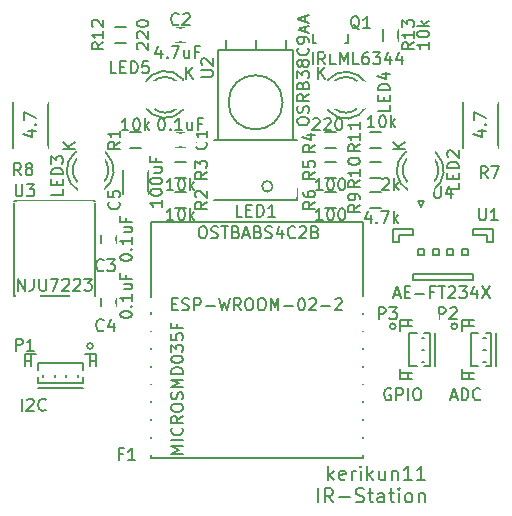
<source format=gto>
G04 #@! TF.FileFunction,Legend,Top*
%FSLAX46Y46*%
G04 Gerber Fmt 4.6, Leading zero omitted, Abs format (unit mm)*
G04 Created by KiCad (PCBNEW 4.0.1-stable) date 2016/09/16 23:01:40*
%MOMM*%
G01*
G04 APERTURE LIST*
%ADD10C,0.100000*%
%ADD11C,0.200000*%
%ADD12C,0.150000*%
%ADD13C,2.600000*%
%ADD14C,2.200000*%
%ADD15O,2.400000X1.300000*%
%ADD16R,2.400000X1.300000*%
%ADD17R,2.178000X3.194000*%
%ADD18R,2.400000X2.400000*%
%ADD19C,2.400000*%
%ADD20R,1.200100X1.200100*%
%ADD21R,1.200000X1.150000*%
%ADD22R,1.150000X1.200000*%
%ADD23R,2.000000X1.400000*%
%ADD24R,0.900000X1.300000*%
%ADD25R,2.900000X1.400000*%
%ADD26R,1.300000X0.900000*%
%ADD27R,2.051000X3.448000*%
%ADD28R,6.496000X6.496000*%
%ADD29O,2.400000X3.400000*%
%ADD30R,1.000000X2.200000*%
%ADD31R,1.400000X3.200000*%
%ADD32R,1.000000X1.950000*%
%ADD33R,1.600000X2.200000*%
%ADD34R,1.950000X1.000000*%
%ADD35R,2.200000X1.600000*%
G04 APERTURE END LIST*
D10*
D11*
X106147857Y-118652857D02*
X106147857Y-117452857D01*
X106262143Y-118195714D02*
X106605000Y-118652857D01*
X106605000Y-117852857D02*
X106147857Y-118310000D01*
X107576429Y-118595714D02*
X107462143Y-118652857D01*
X107233572Y-118652857D01*
X107119286Y-118595714D01*
X107062143Y-118481429D01*
X107062143Y-118024286D01*
X107119286Y-117910000D01*
X107233572Y-117852857D01*
X107462143Y-117852857D01*
X107576429Y-117910000D01*
X107633572Y-118024286D01*
X107633572Y-118138571D01*
X107062143Y-118252857D01*
X108147857Y-118652857D02*
X108147857Y-117852857D01*
X108147857Y-118081429D02*
X108205000Y-117967143D01*
X108262143Y-117910000D01*
X108376429Y-117852857D01*
X108490714Y-117852857D01*
X108890714Y-118652857D02*
X108890714Y-117852857D01*
X108890714Y-117452857D02*
X108833571Y-117510000D01*
X108890714Y-117567143D01*
X108947857Y-117510000D01*
X108890714Y-117452857D01*
X108890714Y-117567143D01*
X109462143Y-118652857D02*
X109462143Y-117452857D01*
X109576429Y-118195714D02*
X109919286Y-118652857D01*
X109919286Y-117852857D02*
X109462143Y-118310000D01*
X110947858Y-117852857D02*
X110947858Y-118652857D01*
X110433572Y-117852857D02*
X110433572Y-118481429D01*
X110490715Y-118595714D01*
X110605001Y-118652857D01*
X110776429Y-118652857D01*
X110890715Y-118595714D01*
X110947858Y-118538571D01*
X111519286Y-117852857D02*
X111519286Y-118652857D01*
X111519286Y-117967143D02*
X111576429Y-117910000D01*
X111690715Y-117852857D01*
X111862143Y-117852857D01*
X111976429Y-117910000D01*
X112033572Y-118024286D01*
X112033572Y-118652857D01*
X113233572Y-118652857D02*
X112547857Y-118652857D01*
X112890715Y-118652857D02*
X112890715Y-117452857D01*
X112776429Y-117624286D01*
X112662143Y-117738571D01*
X112547857Y-117795714D01*
X114376429Y-118652857D02*
X113690714Y-118652857D01*
X114033572Y-118652857D02*
X114033572Y-117452857D01*
X113919286Y-117624286D01*
X113805000Y-117738571D01*
X113690714Y-117795714D01*
X105290715Y-120532857D02*
X105290715Y-119332857D01*
X106547859Y-120532857D02*
X106147859Y-119961429D01*
X105862144Y-120532857D02*
X105862144Y-119332857D01*
X106319287Y-119332857D01*
X106433573Y-119390000D01*
X106490716Y-119447143D01*
X106547859Y-119561429D01*
X106547859Y-119732857D01*
X106490716Y-119847143D01*
X106433573Y-119904286D01*
X106319287Y-119961429D01*
X105862144Y-119961429D01*
X107062144Y-120075714D02*
X107976430Y-120075714D01*
X108490715Y-120475714D02*
X108662144Y-120532857D01*
X108947858Y-120532857D01*
X109062144Y-120475714D01*
X109119287Y-120418571D01*
X109176430Y-120304286D01*
X109176430Y-120190000D01*
X109119287Y-120075714D01*
X109062144Y-120018571D01*
X108947858Y-119961429D01*
X108719287Y-119904286D01*
X108605001Y-119847143D01*
X108547858Y-119790000D01*
X108490715Y-119675714D01*
X108490715Y-119561429D01*
X108547858Y-119447143D01*
X108605001Y-119390000D01*
X108719287Y-119332857D01*
X109005001Y-119332857D01*
X109176430Y-119390000D01*
X109519287Y-119732857D02*
X109976430Y-119732857D01*
X109690715Y-119332857D02*
X109690715Y-120361429D01*
X109747858Y-120475714D01*
X109862144Y-120532857D01*
X109976430Y-120532857D01*
X110890715Y-120532857D02*
X110890715Y-119904286D01*
X110833572Y-119790000D01*
X110719286Y-119732857D01*
X110490715Y-119732857D01*
X110376429Y-119790000D01*
X110890715Y-120475714D02*
X110776429Y-120532857D01*
X110490715Y-120532857D01*
X110376429Y-120475714D01*
X110319286Y-120361429D01*
X110319286Y-120247143D01*
X110376429Y-120132857D01*
X110490715Y-120075714D01*
X110776429Y-120075714D01*
X110890715Y-120018571D01*
X111290715Y-119732857D02*
X111747858Y-119732857D01*
X111462143Y-119332857D02*
X111462143Y-120361429D01*
X111519286Y-120475714D01*
X111633572Y-120532857D01*
X111747858Y-120532857D01*
X112147857Y-120532857D02*
X112147857Y-119732857D01*
X112147857Y-119332857D02*
X112090714Y-119390000D01*
X112147857Y-119447143D01*
X112205000Y-119390000D01*
X112147857Y-119332857D01*
X112147857Y-119447143D01*
X112890715Y-120532857D02*
X112776429Y-120475714D01*
X112719286Y-120418571D01*
X112662143Y-120304286D01*
X112662143Y-119961429D01*
X112719286Y-119847143D01*
X112776429Y-119790000D01*
X112890715Y-119732857D01*
X113062143Y-119732857D01*
X113176429Y-119790000D01*
X113233572Y-119847143D01*
X113290715Y-119961429D01*
X113290715Y-120304286D01*
X113233572Y-120418571D01*
X113176429Y-120475714D01*
X113062143Y-120532857D01*
X112890715Y-120532857D01*
X113805000Y-119732857D02*
X113805000Y-120532857D01*
X113805000Y-119847143D02*
X113862143Y-119790000D01*
X113976429Y-119732857D01*
X114147857Y-119732857D01*
X114262143Y-119790000D01*
X114319286Y-119904286D01*
X114319286Y-120532857D01*
D12*
X97460000Y-80315000D02*
X97460000Y-82220000D01*
X102540000Y-82220000D02*
X102540000Y-80315000D01*
X100000000Y-80315000D02*
X100000000Y-82220000D01*
X102289525Y-86665000D02*
G75*
G03X102289525Y-86665000I-2289525J0D01*
G01*
X96825000Y-82220000D02*
X103175000Y-82220000D01*
X103175000Y-82220000D02*
X103175000Y-89840000D01*
X103175000Y-89840000D02*
X96825000Y-89840000D01*
X96825000Y-89840000D02*
X96825000Y-82220000D01*
X91110000Y-96810000D02*
X91110000Y-116810000D01*
X91110000Y-116810000D02*
X109110000Y-116810000D01*
X109110000Y-116810000D02*
X109110000Y-96810000D01*
X109110000Y-96810000D02*
X91110000Y-96810000D01*
X87046000Y-117526000D02*
X87046000Y-120574000D01*
X90729000Y-120574000D02*
X92634000Y-120574000D01*
X92634000Y-120574000D02*
X92634000Y-117526000D01*
X92634000Y-117526000D02*
X90729000Y-117526000D01*
X89078000Y-117526000D02*
X87046000Y-117526000D01*
X87246000Y-117526000D02*
X87246000Y-120574000D01*
X87046000Y-120574000D02*
X89078000Y-120574000D01*
X112656000Y-90911000D02*
X112856000Y-90911000D01*
X115250000Y-90911000D02*
X115070000Y-90911000D01*
X114939643Y-94138744D02*
G75*
G03X115256000Y-90911000I-1003643J1727744D01*
G01*
X115069068Y-93463006D02*
G75*
G03X115070000Y-91360000I-1133068J1052006D01*
G01*
X112629274Y-90923780D02*
G75*
G03X112976000Y-94161000I1306726J-1497220D01*
G01*
X112856747Y-91397111D02*
G75*
G03X112876000Y-93445000I1079253J-1013889D01*
G01*
X84716000Y-90911000D02*
X84916000Y-90911000D01*
X87310000Y-90911000D02*
X87130000Y-90911000D01*
X86999643Y-94138744D02*
G75*
G03X87316000Y-90911000I-1003643J1727744D01*
G01*
X87129068Y-93463006D02*
G75*
G03X87130000Y-91360000I-1133068J1052006D01*
G01*
X84689274Y-90923780D02*
G75*
G03X85036000Y-94161000I1306726J-1497220D01*
G01*
X84916747Y-91397111D02*
G75*
G03X84936000Y-93445000I1079253J-1013889D01*
G01*
X106151000Y-87344000D02*
X106151000Y-87144000D01*
X106151000Y-84750000D02*
X106151000Y-84930000D01*
X109378744Y-85060357D02*
G75*
G03X106151000Y-84744000I-1727744J-1003643D01*
G01*
X108703006Y-84930932D02*
G75*
G03X106600000Y-84930000I-1052006J-1133068D01*
G01*
X106163780Y-87370726D02*
G75*
G03X109401000Y-87024000I1497220J1306726D01*
G01*
X106637111Y-87143253D02*
G75*
G03X108685000Y-87124000I1013889J1079253D01*
G01*
X93849000Y-84716000D02*
X93849000Y-84916000D01*
X93849000Y-87310000D02*
X93849000Y-87130000D01*
X90621256Y-86999643D02*
G75*
G03X93849000Y-87316000I1727744J1003643D01*
G01*
X91296994Y-87129068D02*
G75*
G03X93400000Y-87130000I1052006J1133068D01*
G01*
X93836220Y-84689274D02*
G75*
G03X90599000Y-85036000I-1497220J-1306726D01*
G01*
X93362889Y-84916747D02*
G75*
G03X91315000Y-84936000I-1013889J-1079253D01*
G01*
X105050840Y-81600240D02*
X105099100Y-81600240D01*
X107849820Y-80899200D02*
X107849820Y-81600240D01*
X107849820Y-81600240D02*
X107600900Y-81600240D01*
X105050840Y-81600240D02*
X104850180Y-81600240D01*
X104850180Y-81600240D02*
X104850180Y-80899200D01*
X93300000Y-89240000D02*
X94000000Y-89240000D01*
X94000000Y-90440000D02*
X93300000Y-90440000D01*
X94000000Y-81550000D02*
X93300000Y-81550000D01*
X93300000Y-80350000D02*
X94000000Y-80350000D01*
X86954000Y-98572000D02*
X86954000Y-97872000D01*
X88154000Y-97872000D02*
X88154000Y-98572000D01*
X88154000Y-103206000D02*
X88154000Y-103906000D01*
X86954000Y-103906000D02*
X86954000Y-103206000D01*
X90865000Y-94396000D02*
X90865000Y-92396000D01*
X88815000Y-92396000D02*
X88815000Y-94396000D01*
X89340000Y-89165000D02*
X90340000Y-89165000D01*
X90340000Y-90515000D02*
X89340000Y-90515000D01*
X94150000Y-95595000D02*
X93150000Y-95595000D01*
X93150000Y-94245000D02*
X94150000Y-94245000D01*
X94150000Y-93055000D02*
X93150000Y-93055000D01*
X93150000Y-91705000D02*
X94150000Y-91705000D01*
X105850000Y-89165000D02*
X106850000Y-89165000D01*
X106850000Y-90515000D02*
X105850000Y-90515000D01*
X105850000Y-91705000D02*
X106850000Y-91705000D01*
X106850000Y-93055000D02*
X105850000Y-93055000D01*
X105850000Y-94245000D02*
X106850000Y-94245000D01*
X106850000Y-95595000D02*
X105850000Y-95595000D01*
X120525000Y-86620000D02*
X120525000Y-90520000D01*
X117575000Y-90520000D02*
X117575000Y-86620000D01*
X82425000Y-86620000D02*
X82425000Y-90520000D01*
X79475000Y-90520000D02*
X79475000Y-86620000D01*
X110660000Y-90515000D02*
X109660000Y-90515000D01*
X109660000Y-89165000D02*
X110660000Y-89165000D01*
X89070000Y-81625000D02*
X88070000Y-81625000D01*
X88070000Y-80275000D02*
X89070000Y-80275000D01*
X110755000Y-81450000D02*
X110755000Y-80450000D01*
X112105000Y-80450000D02*
X112105000Y-81450000D01*
X109660000Y-94245000D02*
X110660000Y-94245000D01*
X110660000Y-95595000D02*
X109660000Y-95595000D01*
X110660000Y-93055000D02*
X109660000Y-93055000D01*
X109660000Y-91705000D02*
X110660000Y-91705000D01*
X84379000Y-103048000D02*
X84379000Y-106223000D01*
X84379000Y-106223000D02*
X86157000Y-106223000D01*
X86157000Y-106223000D02*
X86157000Y-103048000D01*
X79807000Y-103048000D02*
X79807000Y-106223000D01*
X79807000Y-106223000D02*
X81585000Y-106223000D01*
X81585000Y-106223000D02*
X81585000Y-103048000D01*
X86411000Y-96952000D02*
X86411000Y-103048000D01*
X86411000Y-103048000D02*
X79553000Y-103048000D01*
X79553000Y-103048000D02*
X79553000Y-95174000D01*
X79553000Y-95047000D02*
X86411000Y-95047000D01*
X86411000Y-95174000D02*
X86411000Y-96952000D01*
X101447214Y-93780000D02*
G75*
G03X101447214Y-93780000I-447214J0D01*
G01*
X103500000Y-89880000D02*
X96500000Y-89880000D01*
X103500000Y-93930000D02*
X103500000Y-94930000D01*
X103500000Y-94930000D02*
X96500000Y-94930000D01*
X113375000Y-101705000D02*
X118375000Y-101705000D01*
X118375000Y-101705000D02*
X118375000Y-101205000D01*
X118375000Y-101205000D02*
X113375000Y-101205000D01*
X113375000Y-101205000D02*
X113375000Y-101705000D01*
X111675000Y-98505000D02*
X111675000Y-97405000D01*
X111675000Y-97405000D02*
X113325000Y-97405000D01*
X113325000Y-97405000D02*
X113325000Y-97905000D01*
X113325000Y-97905000D02*
X112175000Y-97905000D01*
X112175000Y-97905000D02*
X112175000Y-98505000D01*
X112175000Y-98505000D02*
X111675000Y-98505000D01*
X120075000Y-98505000D02*
X120075000Y-97405000D01*
X120075000Y-97405000D02*
X118425000Y-97405000D01*
X118425000Y-97405000D02*
X118425000Y-97905000D01*
X118425000Y-97905000D02*
X119575000Y-97905000D01*
X119575000Y-97905000D02*
X119575000Y-98505000D01*
X119575000Y-98505000D02*
X120075000Y-98505000D01*
X114000000Y-95555000D02*
X113750000Y-95055000D01*
X113750000Y-95055000D02*
X114250000Y-95055000D01*
X114250000Y-95055000D02*
X114000000Y-95555000D01*
X113750000Y-99055000D02*
X113750000Y-99555000D01*
X113750000Y-99555000D02*
X114250000Y-99555000D01*
X114250000Y-99555000D02*
X114250000Y-99055000D01*
X114250000Y-99055000D02*
X113750000Y-99055000D01*
X115000000Y-99055000D02*
X115000000Y-99555000D01*
X115000000Y-99555000D02*
X115500000Y-99555000D01*
X115500000Y-99555000D02*
X115500000Y-99055000D01*
X115500000Y-99055000D02*
X115000000Y-99055000D01*
X116250000Y-99055000D02*
X116250000Y-99555000D01*
X116250000Y-99555000D02*
X116750000Y-99555000D01*
X116750000Y-99555000D02*
X116750000Y-99055000D01*
X116750000Y-99055000D02*
X116250000Y-99055000D01*
X117500000Y-99055000D02*
X117500000Y-99555000D01*
X117500000Y-99555000D02*
X118000000Y-99555000D01*
X118000000Y-99555000D02*
X118000000Y-99055000D01*
X118000000Y-99055000D02*
X117500000Y-99055000D01*
X86240000Y-107302500D02*
G75*
G03X86240000Y-107302500I-250000J0D01*
G01*
X85390000Y-110852500D02*
X81590000Y-110852500D01*
X86490000Y-108952500D02*
X86490000Y-107952500D01*
X86490000Y-107952500D02*
X85590000Y-107952500D01*
X85990000Y-107952500D02*
X85990000Y-108952500D01*
X85990000Y-108952500D02*
X85990000Y-108952500D01*
X85990000Y-108952500D02*
X85990000Y-107952500D01*
X85990000Y-107952500D02*
X85990000Y-107952500D01*
X85990000Y-108552500D02*
X85990000Y-108552500D01*
X85990000Y-108552500D02*
X86490000Y-108552500D01*
X86490000Y-108552500D02*
X86490000Y-108552500D01*
X86490000Y-108552500D02*
X85990000Y-108552500D01*
X80490000Y-108952500D02*
X80490000Y-107952500D01*
X80490000Y-107952500D02*
X81390000Y-107952500D01*
X80990000Y-107952500D02*
X80990000Y-108952500D01*
X80990000Y-108952500D02*
X80990000Y-108952500D01*
X80990000Y-108952500D02*
X80990000Y-107952500D01*
X80990000Y-107952500D02*
X80990000Y-107952500D01*
X80990000Y-108552500D02*
X80990000Y-108552500D01*
X80990000Y-108552500D02*
X80490000Y-108552500D01*
X80490000Y-108552500D02*
X80490000Y-108552500D01*
X80490000Y-108552500D02*
X80990000Y-108552500D01*
X85390000Y-109952500D02*
X85390000Y-110452500D01*
X85390000Y-110452500D02*
X81590000Y-110452500D01*
X81590000Y-110452500D02*
X81590000Y-109952500D01*
X85390000Y-109352500D02*
X85390000Y-108702500D01*
X85390000Y-108702500D02*
X81590000Y-108702500D01*
X81590000Y-108702500D02*
X81590000Y-109352500D01*
X84990000Y-109952500D02*
X84990000Y-109752500D01*
X83990000Y-109952500D02*
X83990000Y-109752500D01*
X82990000Y-109952500D02*
X82990000Y-109752500D01*
X81990000Y-109952500D02*
X81990000Y-109752500D01*
X117077500Y-105620000D02*
G75*
G03X117077500Y-105620000I-250000J0D01*
G01*
X120377500Y-106220000D02*
X120377500Y-109020000D01*
X118477500Y-105120000D02*
X117477500Y-105120000D01*
X117477500Y-105120000D02*
X117477500Y-106020000D01*
X117477500Y-105620000D02*
X118477500Y-105620000D01*
X118477500Y-105620000D02*
X118477500Y-105620000D01*
X118477500Y-105620000D02*
X117477500Y-105620000D01*
X117477500Y-105620000D02*
X117477500Y-105620000D01*
X118077500Y-105620000D02*
X118077500Y-105620000D01*
X118077500Y-105620000D02*
X118077500Y-105120000D01*
X118077500Y-105120000D02*
X118077500Y-105120000D01*
X118077500Y-105120000D02*
X118077500Y-105620000D01*
X118477500Y-110120000D02*
X117477500Y-110120000D01*
X117477500Y-110120000D02*
X117477500Y-109220000D01*
X117477500Y-109620000D02*
X118477500Y-109620000D01*
X118477500Y-109620000D02*
X118477500Y-109620000D01*
X118477500Y-109620000D02*
X117477500Y-109620000D01*
X117477500Y-109620000D02*
X117477500Y-109620000D01*
X118077500Y-109620000D02*
X118077500Y-109620000D01*
X118077500Y-109620000D02*
X118077500Y-110120000D01*
X118077500Y-110120000D02*
X118077500Y-110120000D01*
X118077500Y-110120000D02*
X118077500Y-109620000D01*
X119477500Y-106220000D02*
X119977500Y-106220000D01*
X119977500Y-106220000D02*
X119977500Y-109020000D01*
X119977500Y-109020000D02*
X119477500Y-109020000D01*
X118877500Y-106220000D02*
X118227500Y-106220000D01*
X118227500Y-106220000D02*
X118227500Y-109020000D01*
X118227500Y-109020000D02*
X118877500Y-109020000D01*
X119477500Y-106620000D02*
X119277500Y-106620000D01*
X119477500Y-107620000D02*
X119277500Y-107620000D01*
X119477500Y-108620000D02*
X119277500Y-108620000D01*
X111870500Y-105620000D02*
G75*
G03X111870500Y-105620000I-250000J0D01*
G01*
X115170500Y-106220000D02*
X115170500Y-109020000D01*
X113270500Y-105120000D02*
X112270500Y-105120000D01*
X112270500Y-105120000D02*
X112270500Y-106020000D01*
X112270500Y-105620000D02*
X113270500Y-105620000D01*
X113270500Y-105620000D02*
X113270500Y-105620000D01*
X113270500Y-105620000D02*
X112270500Y-105620000D01*
X112270500Y-105620000D02*
X112270500Y-105620000D01*
X112870500Y-105620000D02*
X112870500Y-105620000D01*
X112870500Y-105620000D02*
X112870500Y-105120000D01*
X112870500Y-105120000D02*
X112870500Y-105120000D01*
X112870500Y-105120000D02*
X112870500Y-105620000D01*
X113270500Y-110120000D02*
X112270500Y-110120000D01*
X112270500Y-110120000D02*
X112270500Y-109220000D01*
X112270500Y-109620000D02*
X113270500Y-109620000D01*
X113270500Y-109620000D02*
X113270500Y-109620000D01*
X113270500Y-109620000D02*
X112270500Y-109620000D01*
X112270500Y-109620000D02*
X112270500Y-109620000D01*
X112870500Y-109620000D02*
X112870500Y-109620000D01*
X112870500Y-109620000D02*
X112870500Y-110120000D01*
X112870500Y-110120000D02*
X112870500Y-110120000D01*
X112870500Y-110120000D02*
X112870500Y-109620000D01*
X114270500Y-106220000D02*
X114770500Y-106220000D01*
X114770500Y-106220000D02*
X114770500Y-109020000D01*
X114770500Y-109020000D02*
X114270500Y-109020000D01*
X113670500Y-106220000D02*
X113020500Y-106220000D01*
X113020500Y-106220000D02*
X113020500Y-109020000D01*
X113020500Y-109020000D02*
X113670500Y-109020000D01*
X114270500Y-106620000D02*
X114070500Y-106620000D01*
X114270500Y-107620000D02*
X114070500Y-107620000D01*
X114270500Y-108620000D02*
X114070500Y-108620000D01*
X95388381Y-84505905D02*
X96197905Y-84505905D01*
X96293143Y-84458286D01*
X96340762Y-84410667D01*
X96388381Y-84315429D01*
X96388381Y-84124952D01*
X96340762Y-84029714D01*
X96293143Y-83982095D01*
X96197905Y-83934476D01*
X95388381Y-83934476D01*
X95483619Y-83505905D02*
X95436000Y-83458286D01*
X95388381Y-83363048D01*
X95388381Y-83124952D01*
X95436000Y-83029714D01*
X95483619Y-82982095D01*
X95578857Y-82934476D01*
X95674095Y-82934476D01*
X95816952Y-82982095D01*
X96388381Y-83553524D01*
X96388381Y-82934476D01*
X103516381Y-88355143D02*
X103516381Y-88164666D01*
X103564000Y-88069428D01*
X103659238Y-87974190D01*
X103849714Y-87926571D01*
X104183048Y-87926571D01*
X104373524Y-87974190D01*
X104468762Y-88069428D01*
X104516381Y-88164666D01*
X104516381Y-88355143D01*
X104468762Y-88450381D01*
X104373524Y-88545619D01*
X104183048Y-88593238D01*
X103849714Y-88593238D01*
X103659238Y-88545619D01*
X103564000Y-88450381D01*
X103516381Y-88355143D01*
X104468762Y-87545619D02*
X104516381Y-87402762D01*
X104516381Y-87164666D01*
X104468762Y-87069428D01*
X104421143Y-87021809D01*
X104325905Y-86974190D01*
X104230667Y-86974190D01*
X104135429Y-87021809D01*
X104087810Y-87069428D01*
X104040190Y-87164666D01*
X103992571Y-87355143D01*
X103944952Y-87450381D01*
X103897333Y-87498000D01*
X103802095Y-87545619D01*
X103706857Y-87545619D01*
X103611619Y-87498000D01*
X103564000Y-87450381D01*
X103516381Y-87355143D01*
X103516381Y-87117047D01*
X103564000Y-86974190D01*
X104516381Y-85974190D02*
X104040190Y-86307524D01*
X104516381Y-86545619D02*
X103516381Y-86545619D01*
X103516381Y-86164666D01*
X103564000Y-86069428D01*
X103611619Y-86021809D01*
X103706857Y-85974190D01*
X103849714Y-85974190D01*
X103944952Y-86021809D01*
X103992571Y-86069428D01*
X104040190Y-86164666D01*
X104040190Y-86545619D01*
X103992571Y-85212285D02*
X104040190Y-85069428D01*
X104087810Y-85021809D01*
X104183048Y-84974190D01*
X104325905Y-84974190D01*
X104421143Y-85021809D01*
X104468762Y-85069428D01*
X104516381Y-85164666D01*
X104516381Y-85545619D01*
X103516381Y-85545619D01*
X103516381Y-85212285D01*
X103564000Y-85117047D01*
X103611619Y-85069428D01*
X103706857Y-85021809D01*
X103802095Y-85021809D01*
X103897333Y-85069428D01*
X103944952Y-85117047D01*
X103992571Y-85212285D01*
X103992571Y-85545619D01*
X103516381Y-84640857D02*
X103516381Y-84021809D01*
X103897333Y-84355143D01*
X103897333Y-84212285D01*
X103944952Y-84117047D01*
X103992571Y-84069428D01*
X104087810Y-84021809D01*
X104325905Y-84021809D01*
X104421143Y-84069428D01*
X104468762Y-84117047D01*
X104516381Y-84212285D01*
X104516381Y-84498000D01*
X104468762Y-84593238D01*
X104421143Y-84640857D01*
X103944952Y-83450381D02*
X103897333Y-83545619D01*
X103849714Y-83593238D01*
X103754476Y-83640857D01*
X103706857Y-83640857D01*
X103611619Y-83593238D01*
X103564000Y-83545619D01*
X103516381Y-83450381D01*
X103516381Y-83259904D01*
X103564000Y-83164666D01*
X103611619Y-83117047D01*
X103706857Y-83069428D01*
X103754476Y-83069428D01*
X103849714Y-83117047D01*
X103897333Y-83164666D01*
X103944952Y-83259904D01*
X103944952Y-83450381D01*
X103992571Y-83545619D01*
X104040190Y-83593238D01*
X104135429Y-83640857D01*
X104325905Y-83640857D01*
X104421143Y-83593238D01*
X104468762Y-83545619D01*
X104516381Y-83450381D01*
X104516381Y-83259904D01*
X104468762Y-83164666D01*
X104421143Y-83117047D01*
X104325905Y-83069428D01*
X104135429Y-83069428D01*
X104040190Y-83117047D01*
X103992571Y-83164666D01*
X103944952Y-83259904D01*
X104421143Y-82069428D02*
X104468762Y-82117047D01*
X104516381Y-82259904D01*
X104516381Y-82355142D01*
X104468762Y-82498000D01*
X104373524Y-82593238D01*
X104278286Y-82640857D01*
X104087810Y-82688476D01*
X103944952Y-82688476D01*
X103754476Y-82640857D01*
X103659238Y-82593238D01*
X103564000Y-82498000D01*
X103516381Y-82355142D01*
X103516381Y-82259904D01*
X103564000Y-82117047D01*
X103611619Y-82069428D01*
X104516381Y-81593238D02*
X104516381Y-81402762D01*
X104468762Y-81307523D01*
X104421143Y-81259904D01*
X104278286Y-81164666D01*
X104087810Y-81117047D01*
X103706857Y-81117047D01*
X103611619Y-81164666D01*
X103564000Y-81212285D01*
X103516381Y-81307523D01*
X103516381Y-81498000D01*
X103564000Y-81593238D01*
X103611619Y-81640857D01*
X103706857Y-81688476D01*
X103944952Y-81688476D01*
X104040190Y-81640857D01*
X104087810Y-81593238D01*
X104135429Y-81498000D01*
X104135429Y-81307523D01*
X104087810Y-81212285D01*
X104040190Y-81164666D01*
X103944952Y-81117047D01*
X104230667Y-80736095D02*
X104230667Y-80259904D01*
X104516381Y-80831333D02*
X103516381Y-80498000D01*
X104516381Y-80164666D01*
X104230667Y-79878952D02*
X104230667Y-79402761D01*
X104516381Y-79974190D02*
X103516381Y-79640857D01*
X104516381Y-79307523D01*
X118923095Y-95642381D02*
X118923095Y-96451905D01*
X118970714Y-96547143D01*
X119018333Y-96594762D01*
X119113571Y-96642381D01*
X119304048Y-96642381D01*
X119399286Y-96594762D01*
X119446905Y-96547143D01*
X119494524Y-96451905D01*
X119494524Y-95642381D01*
X120494524Y-96642381D02*
X119923095Y-96642381D01*
X120208809Y-96642381D02*
X120208809Y-95642381D01*
X120113571Y-95785238D01*
X120018333Y-95880476D01*
X119923095Y-95928095D01*
X92943334Y-103738571D02*
X93276668Y-103738571D01*
X93419525Y-104262381D02*
X92943334Y-104262381D01*
X92943334Y-103262381D01*
X93419525Y-103262381D01*
X93800477Y-104214762D02*
X93943334Y-104262381D01*
X94181430Y-104262381D01*
X94276668Y-104214762D01*
X94324287Y-104167143D01*
X94371906Y-104071905D01*
X94371906Y-103976667D01*
X94324287Y-103881429D01*
X94276668Y-103833810D01*
X94181430Y-103786190D01*
X93990953Y-103738571D01*
X93895715Y-103690952D01*
X93848096Y-103643333D01*
X93800477Y-103548095D01*
X93800477Y-103452857D01*
X93848096Y-103357619D01*
X93895715Y-103310000D01*
X93990953Y-103262381D01*
X94229049Y-103262381D01*
X94371906Y-103310000D01*
X94800477Y-104262381D02*
X94800477Y-103262381D01*
X95181430Y-103262381D01*
X95276668Y-103310000D01*
X95324287Y-103357619D01*
X95371906Y-103452857D01*
X95371906Y-103595714D01*
X95324287Y-103690952D01*
X95276668Y-103738571D01*
X95181430Y-103786190D01*
X94800477Y-103786190D01*
X95800477Y-103881429D02*
X96562382Y-103881429D01*
X96943334Y-103262381D02*
X97181429Y-104262381D01*
X97371906Y-103548095D01*
X97562382Y-104262381D01*
X97800477Y-103262381D01*
X98752858Y-104262381D02*
X98419524Y-103786190D01*
X98181429Y-104262381D02*
X98181429Y-103262381D01*
X98562382Y-103262381D01*
X98657620Y-103310000D01*
X98705239Y-103357619D01*
X98752858Y-103452857D01*
X98752858Y-103595714D01*
X98705239Y-103690952D01*
X98657620Y-103738571D01*
X98562382Y-103786190D01*
X98181429Y-103786190D01*
X99371905Y-103262381D02*
X99562382Y-103262381D01*
X99657620Y-103310000D01*
X99752858Y-103405238D01*
X99800477Y-103595714D01*
X99800477Y-103929048D01*
X99752858Y-104119524D01*
X99657620Y-104214762D01*
X99562382Y-104262381D01*
X99371905Y-104262381D01*
X99276667Y-104214762D01*
X99181429Y-104119524D01*
X99133810Y-103929048D01*
X99133810Y-103595714D01*
X99181429Y-103405238D01*
X99276667Y-103310000D01*
X99371905Y-103262381D01*
X100419524Y-103262381D02*
X100610001Y-103262381D01*
X100705239Y-103310000D01*
X100800477Y-103405238D01*
X100848096Y-103595714D01*
X100848096Y-103929048D01*
X100800477Y-104119524D01*
X100705239Y-104214762D01*
X100610001Y-104262381D01*
X100419524Y-104262381D01*
X100324286Y-104214762D01*
X100229048Y-104119524D01*
X100181429Y-103929048D01*
X100181429Y-103595714D01*
X100229048Y-103405238D01*
X100324286Y-103310000D01*
X100419524Y-103262381D01*
X101276667Y-104262381D02*
X101276667Y-103262381D01*
X101610001Y-103976667D01*
X101943334Y-103262381D01*
X101943334Y-104262381D01*
X102419524Y-103881429D02*
X103181429Y-103881429D01*
X103848095Y-103262381D02*
X103943334Y-103262381D01*
X104038572Y-103310000D01*
X104086191Y-103357619D01*
X104133810Y-103452857D01*
X104181429Y-103643333D01*
X104181429Y-103881429D01*
X104133810Y-104071905D01*
X104086191Y-104167143D01*
X104038572Y-104214762D01*
X103943334Y-104262381D01*
X103848095Y-104262381D01*
X103752857Y-104214762D01*
X103705238Y-104167143D01*
X103657619Y-104071905D01*
X103610000Y-103881429D01*
X103610000Y-103643333D01*
X103657619Y-103452857D01*
X103705238Y-103357619D01*
X103752857Y-103310000D01*
X103848095Y-103262381D01*
X104562381Y-103357619D02*
X104610000Y-103310000D01*
X104705238Y-103262381D01*
X104943334Y-103262381D01*
X105038572Y-103310000D01*
X105086191Y-103357619D01*
X105133810Y-103452857D01*
X105133810Y-103548095D01*
X105086191Y-103690952D01*
X104514762Y-104262381D01*
X105133810Y-104262381D01*
X105562381Y-103881429D02*
X106324286Y-103881429D01*
X106752857Y-103357619D02*
X106800476Y-103310000D01*
X106895714Y-103262381D01*
X107133810Y-103262381D01*
X107229048Y-103310000D01*
X107276667Y-103357619D01*
X107324286Y-103452857D01*
X107324286Y-103548095D01*
X107276667Y-103690952D01*
X106705238Y-104262381D01*
X107324286Y-104262381D01*
X88744667Y-116438571D02*
X88411333Y-116438571D01*
X88411333Y-116962381D02*
X88411333Y-115962381D01*
X88887524Y-115962381D01*
X89792286Y-116962381D02*
X89220857Y-116962381D01*
X89506571Y-116962381D02*
X89506571Y-115962381D01*
X89411333Y-116105238D01*
X89316095Y-116200476D01*
X89220857Y-116248095D01*
X93848381Y-116422000D02*
X92848381Y-116422000D01*
X93562667Y-116088666D01*
X92848381Y-115755333D01*
X93848381Y-115755333D01*
X93848381Y-115279143D02*
X92848381Y-115279143D01*
X93753143Y-114231524D02*
X93800762Y-114279143D01*
X93848381Y-114422000D01*
X93848381Y-114517238D01*
X93800762Y-114660096D01*
X93705524Y-114755334D01*
X93610286Y-114802953D01*
X93419810Y-114850572D01*
X93276952Y-114850572D01*
X93086476Y-114802953D01*
X92991238Y-114755334D01*
X92896000Y-114660096D01*
X92848381Y-114517238D01*
X92848381Y-114422000D01*
X92896000Y-114279143D01*
X92943619Y-114231524D01*
X93848381Y-113231524D02*
X93372190Y-113564858D01*
X93848381Y-113802953D02*
X92848381Y-113802953D01*
X92848381Y-113422000D01*
X92896000Y-113326762D01*
X92943619Y-113279143D01*
X93038857Y-113231524D01*
X93181714Y-113231524D01*
X93276952Y-113279143D01*
X93324571Y-113326762D01*
X93372190Y-113422000D01*
X93372190Y-113802953D01*
X92848381Y-112612477D02*
X92848381Y-112422000D01*
X92896000Y-112326762D01*
X92991238Y-112231524D01*
X93181714Y-112183905D01*
X93515048Y-112183905D01*
X93705524Y-112231524D01*
X93800762Y-112326762D01*
X93848381Y-112422000D01*
X93848381Y-112612477D01*
X93800762Y-112707715D01*
X93705524Y-112802953D01*
X93515048Y-112850572D01*
X93181714Y-112850572D01*
X92991238Y-112802953D01*
X92896000Y-112707715D01*
X92848381Y-112612477D01*
X93800762Y-111802953D02*
X93848381Y-111660096D01*
X93848381Y-111422000D01*
X93800762Y-111326762D01*
X93753143Y-111279143D01*
X93657905Y-111231524D01*
X93562667Y-111231524D01*
X93467429Y-111279143D01*
X93419810Y-111326762D01*
X93372190Y-111422000D01*
X93324571Y-111612477D01*
X93276952Y-111707715D01*
X93229333Y-111755334D01*
X93134095Y-111802953D01*
X93038857Y-111802953D01*
X92943619Y-111755334D01*
X92896000Y-111707715D01*
X92848381Y-111612477D01*
X92848381Y-111374381D01*
X92896000Y-111231524D01*
X93848381Y-110802953D02*
X92848381Y-110802953D01*
X93562667Y-110469619D01*
X92848381Y-110136286D01*
X93848381Y-110136286D01*
X93848381Y-109660096D02*
X92848381Y-109660096D01*
X92848381Y-109422001D01*
X92896000Y-109279143D01*
X92991238Y-109183905D01*
X93086476Y-109136286D01*
X93276952Y-109088667D01*
X93419810Y-109088667D01*
X93610286Y-109136286D01*
X93705524Y-109183905D01*
X93800762Y-109279143D01*
X93848381Y-109422001D01*
X93848381Y-109660096D01*
X92848381Y-108469620D02*
X92848381Y-108374381D01*
X92896000Y-108279143D01*
X92943619Y-108231524D01*
X93038857Y-108183905D01*
X93229333Y-108136286D01*
X93467429Y-108136286D01*
X93657905Y-108183905D01*
X93753143Y-108231524D01*
X93800762Y-108279143D01*
X93848381Y-108374381D01*
X93848381Y-108469620D01*
X93800762Y-108564858D01*
X93753143Y-108612477D01*
X93657905Y-108660096D01*
X93467429Y-108707715D01*
X93229333Y-108707715D01*
X93038857Y-108660096D01*
X92943619Y-108612477D01*
X92896000Y-108564858D01*
X92848381Y-108469620D01*
X92848381Y-107802953D02*
X92848381Y-107183905D01*
X93229333Y-107517239D01*
X93229333Y-107374381D01*
X93276952Y-107279143D01*
X93324571Y-107231524D01*
X93419810Y-107183905D01*
X93657905Y-107183905D01*
X93753143Y-107231524D01*
X93800762Y-107279143D01*
X93848381Y-107374381D01*
X93848381Y-107660096D01*
X93800762Y-107755334D01*
X93753143Y-107802953D01*
X92848381Y-106279143D02*
X92848381Y-106755334D01*
X93324571Y-106802953D01*
X93276952Y-106755334D01*
X93229333Y-106660096D01*
X93229333Y-106422000D01*
X93276952Y-106326762D01*
X93324571Y-106279143D01*
X93419810Y-106231524D01*
X93657905Y-106231524D01*
X93753143Y-106279143D01*
X93800762Y-106326762D01*
X93848381Y-106422000D01*
X93848381Y-106660096D01*
X93800762Y-106755334D01*
X93753143Y-106802953D01*
X93324571Y-105469619D02*
X93324571Y-105802953D01*
X93848381Y-105802953D02*
X92848381Y-105802953D01*
X92848381Y-105326762D01*
X117216381Y-93499047D02*
X117216381Y-93975238D01*
X116216381Y-93975238D01*
X116692571Y-93165714D02*
X116692571Y-92832380D01*
X117216381Y-92689523D02*
X117216381Y-93165714D01*
X116216381Y-93165714D01*
X116216381Y-92689523D01*
X117216381Y-92260952D02*
X116216381Y-92260952D01*
X116216381Y-92022857D01*
X116264000Y-91879999D01*
X116359238Y-91784761D01*
X116454476Y-91737142D01*
X116644952Y-91689523D01*
X116787810Y-91689523D01*
X116978286Y-91737142D01*
X117073524Y-91784761D01*
X117168762Y-91879999D01*
X117216381Y-92022857D01*
X117216381Y-92260952D01*
X116311619Y-91308571D02*
X116264000Y-91260952D01*
X116216381Y-91165714D01*
X116216381Y-90927618D01*
X116264000Y-90832380D01*
X116311619Y-90784761D01*
X116406857Y-90737142D01*
X116502095Y-90737142D01*
X116644952Y-90784761D01*
X117216381Y-91356190D01*
X117216381Y-90737142D01*
X112644381Y-90609905D02*
X111644381Y-90609905D01*
X112644381Y-90038476D02*
X112072952Y-90467048D01*
X111644381Y-90038476D02*
X112215810Y-90609905D01*
X83688381Y-94007047D02*
X83688381Y-94483238D01*
X82688381Y-94483238D01*
X83164571Y-93673714D02*
X83164571Y-93340380D01*
X83688381Y-93197523D02*
X83688381Y-93673714D01*
X82688381Y-93673714D01*
X82688381Y-93197523D01*
X83688381Y-92768952D02*
X82688381Y-92768952D01*
X82688381Y-92530857D01*
X82736000Y-92387999D01*
X82831238Y-92292761D01*
X82926476Y-92245142D01*
X83116952Y-92197523D01*
X83259810Y-92197523D01*
X83450286Y-92245142D01*
X83545524Y-92292761D01*
X83640762Y-92387999D01*
X83688381Y-92530857D01*
X83688381Y-92768952D01*
X82688381Y-91864190D02*
X82688381Y-91245142D01*
X83069333Y-91578476D01*
X83069333Y-91435618D01*
X83116952Y-91340380D01*
X83164571Y-91292761D01*
X83259810Y-91245142D01*
X83497905Y-91245142D01*
X83593143Y-91292761D01*
X83640762Y-91340380D01*
X83688381Y-91435618D01*
X83688381Y-91721333D01*
X83640762Y-91816571D01*
X83593143Y-91864190D01*
X84704381Y-90609905D02*
X83704381Y-90609905D01*
X84704381Y-90038476D02*
X84132952Y-90467048D01*
X83704381Y-90038476D02*
X84275810Y-90609905D01*
X111374381Y-86895047D02*
X111374381Y-87371238D01*
X110374381Y-87371238D01*
X110850571Y-86561714D02*
X110850571Y-86228380D01*
X111374381Y-86085523D02*
X111374381Y-86561714D01*
X110374381Y-86561714D01*
X110374381Y-86085523D01*
X111374381Y-85656952D02*
X110374381Y-85656952D01*
X110374381Y-85418857D01*
X110422000Y-85275999D01*
X110517238Y-85180761D01*
X110612476Y-85133142D01*
X110802952Y-85085523D01*
X110945810Y-85085523D01*
X111136286Y-85133142D01*
X111231524Y-85180761D01*
X111326762Y-85275999D01*
X111374381Y-85418857D01*
X111374381Y-85656952D01*
X110707714Y-84228380D02*
X111374381Y-84228380D01*
X110326762Y-84466476D02*
X111041048Y-84704571D01*
X111041048Y-84085523D01*
X105326095Y-84704381D02*
X105326095Y-83704381D01*
X105897524Y-84704381D02*
X105468952Y-84132952D01*
X105897524Y-83704381D02*
X105326095Y-84275810D01*
X88212953Y-84196381D02*
X87736762Y-84196381D01*
X87736762Y-83196381D01*
X88546286Y-83672571D02*
X88879620Y-83672571D01*
X89022477Y-84196381D02*
X88546286Y-84196381D01*
X88546286Y-83196381D01*
X89022477Y-83196381D01*
X89451048Y-84196381D02*
X89451048Y-83196381D01*
X89689143Y-83196381D01*
X89832001Y-83244000D01*
X89927239Y-83339238D01*
X89974858Y-83434476D01*
X90022477Y-83624952D01*
X90022477Y-83767810D01*
X89974858Y-83958286D01*
X89927239Y-84053524D01*
X89832001Y-84148762D01*
X89689143Y-84196381D01*
X89451048Y-84196381D01*
X90927239Y-83196381D02*
X90451048Y-83196381D01*
X90403429Y-83672571D01*
X90451048Y-83624952D01*
X90546286Y-83577333D01*
X90784382Y-83577333D01*
X90879620Y-83624952D01*
X90927239Y-83672571D01*
X90974858Y-83767810D01*
X90974858Y-84005905D01*
X90927239Y-84101143D01*
X90879620Y-84148762D01*
X90784382Y-84196381D01*
X90546286Y-84196381D01*
X90451048Y-84148762D01*
X90403429Y-84101143D01*
X94150095Y-84704381D02*
X94150095Y-83704381D01*
X94721524Y-84704381D02*
X94292952Y-84132952D01*
X94721524Y-83704381D02*
X94150095Y-84275810D01*
X108794762Y-80481619D02*
X108699524Y-80434000D01*
X108604286Y-80338762D01*
X108461429Y-80195905D01*
X108366190Y-80148286D01*
X108270952Y-80148286D01*
X108318571Y-80386381D02*
X108223333Y-80338762D01*
X108128095Y-80243524D01*
X108080476Y-80053048D01*
X108080476Y-79719714D01*
X108128095Y-79529238D01*
X108223333Y-79434000D01*
X108318571Y-79386381D01*
X108509048Y-79386381D01*
X108604286Y-79434000D01*
X108699524Y-79529238D01*
X108747143Y-79719714D01*
X108747143Y-80053048D01*
X108699524Y-80243524D01*
X108604286Y-80338762D01*
X108509048Y-80386381D01*
X108318571Y-80386381D01*
X109699524Y-80386381D02*
X109128095Y-80386381D01*
X109413809Y-80386381D02*
X109413809Y-79386381D01*
X109318571Y-79529238D01*
X109223333Y-79624476D01*
X109128095Y-79672095D01*
X104850286Y-83434381D02*
X104850286Y-82434381D01*
X105897905Y-83434381D02*
X105564571Y-82958190D01*
X105326476Y-83434381D02*
X105326476Y-82434381D01*
X105707429Y-82434381D01*
X105802667Y-82482000D01*
X105850286Y-82529619D01*
X105897905Y-82624857D01*
X105897905Y-82767714D01*
X105850286Y-82862952D01*
X105802667Y-82910571D01*
X105707429Y-82958190D01*
X105326476Y-82958190D01*
X106802667Y-83434381D02*
X106326476Y-83434381D01*
X106326476Y-82434381D01*
X107136000Y-83434381D02*
X107136000Y-82434381D01*
X107469334Y-83148667D01*
X107802667Y-82434381D01*
X107802667Y-83434381D01*
X108755048Y-83434381D02*
X108278857Y-83434381D01*
X108278857Y-82434381D01*
X109516953Y-82434381D02*
X109326476Y-82434381D01*
X109231238Y-82482000D01*
X109183619Y-82529619D01*
X109088381Y-82672476D01*
X109040762Y-82862952D01*
X109040762Y-83243905D01*
X109088381Y-83339143D01*
X109136000Y-83386762D01*
X109231238Y-83434381D01*
X109421715Y-83434381D01*
X109516953Y-83386762D01*
X109564572Y-83339143D01*
X109612191Y-83243905D01*
X109612191Y-83005810D01*
X109564572Y-82910571D01*
X109516953Y-82862952D01*
X109421715Y-82815333D01*
X109231238Y-82815333D01*
X109136000Y-82862952D01*
X109088381Y-82910571D01*
X109040762Y-83005810D01*
X109945524Y-82434381D02*
X110564572Y-82434381D01*
X110231238Y-82815333D01*
X110374096Y-82815333D01*
X110469334Y-82862952D01*
X110516953Y-82910571D01*
X110564572Y-83005810D01*
X110564572Y-83243905D01*
X110516953Y-83339143D01*
X110469334Y-83386762D01*
X110374096Y-83434381D01*
X110088381Y-83434381D01*
X109993143Y-83386762D01*
X109945524Y-83339143D01*
X111421715Y-82767714D02*
X111421715Y-83434381D01*
X111183619Y-82386762D02*
X110945524Y-83101048D01*
X111564572Y-83101048D01*
X112374096Y-82767714D02*
X112374096Y-83434381D01*
X112136000Y-82386762D02*
X111897905Y-83101048D01*
X112516953Y-83101048D01*
X95785143Y-90006666D02*
X95832762Y-90054285D01*
X95880381Y-90197142D01*
X95880381Y-90292380D01*
X95832762Y-90435238D01*
X95737524Y-90530476D01*
X95642286Y-90578095D01*
X95451810Y-90625714D01*
X95308952Y-90625714D01*
X95118476Y-90578095D01*
X95023238Y-90530476D01*
X94928000Y-90435238D01*
X94880381Y-90292380D01*
X94880381Y-90197142D01*
X94928000Y-90054285D01*
X94975619Y-90006666D01*
X95880381Y-89054285D02*
X95880381Y-89625714D01*
X95880381Y-89340000D02*
X94880381Y-89340000D01*
X95023238Y-89435238D01*
X95118476Y-89530476D01*
X95166095Y-89625714D01*
X92007143Y-88022381D02*
X92102382Y-88022381D01*
X92197620Y-88070000D01*
X92245239Y-88117619D01*
X92292858Y-88212857D01*
X92340477Y-88403333D01*
X92340477Y-88641429D01*
X92292858Y-88831905D01*
X92245239Y-88927143D01*
X92197620Y-88974762D01*
X92102382Y-89022381D01*
X92007143Y-89022381D01*
X91911905Y-88974762D01*
X91864286Y-88927143D01*
X91816667Y-88831905D01*
X91769048Y-88641429D01*
X91769048Y-88403333D01*
X91816667Y-88212857D01*
X91864286Y-88117619D01*
X91911905Y-88070000D01*
X92007143Y-88022381D01*
X92769048Y-88927143D02*
X92816667Y-88974762D01*
X92769048Y-89022381D01*
X92721429Y-88974762D01*
X92769048Y-88927143D01*
X92769048Y-89022381D01*
X93769048Y-89022381D02*
X93197619Y-89022381D01*
X93483333Y-89022381D02*
X93483333Y-88022381D01*
X93388095Y-88165238D01*
X93292857Y-88260476D01*
X93197619Y-88308095D01*
X94626191Y-88355714D02*
X94626191Y-89022381D01*
X94197619Y-88355714D02*
X94197619Y-88879524D01*
X94245238Y-88974762D01*
X94340476Y-89022381D01*
X94483334Y-89022381D01*
X94578572Y-88974762D01*
X94626191Y-88927143D01*
X95435715Y-88498571D02*
X95102381Y-88498571D01*
X95102381Y-89022381D02*
X95102381Y-88022381D01*
X95578572Y-88022381D01*
X93483334Y-80037143D02*
X93435715Y-80084762D01*
X93292858Y-80132381D01*
X93197620Y-80132381D01*
X93054762Y-80084762D01*
X92959524Y-79989524D01*
X92911905Y-79894286D01*
X92864286Y-79703810D01*
X92864286Y-79560952D01*
X92911905Y-79370476D01*
X92959524Y-79275238D01*
X93054762Y-79180000D01*
X93197620Y-79132381D01*
X93292858Y-79132381D01*
X93435715Y-79180000D01*
X93483334Y-79227619D01*
X93864286Y-79227619D02*
X93911905Y-79180000D01*
X94007143Y-79132381D01*
X94245239Y-79132381D01*
X94340477Y-79180000D01*
X94388096Y-79227619D01*
X94435715Y-79322857D01*
X94435715Y-79418095D01*
X94388096Y-79560952D01*
X93816667Y-80132381D01*
X94435715Y-80132381D01*
X91991239Y-82259714D02*
X91991239Y-82926381D01*
X91753143Y-81878762D02*
X91515048Y-82593048D01*
X92134096Y-82593048D01*
X92515048Y-82831143D02*
X92562667Y-82878762D01*
X92515048Y-82926381D01*
X92467429Y-82878762D01*
X92515048Y-82831143D01*
X92515048Y-82926381D01*
X92896000Y-81926381D02*
X93562667Y-81926381D01*
X93134095Y-82926381D01*
X94372191Y-82259714D02*
X94372191Y-82926381D01*
X93943619Y-82259714D02*
X93943619Y-82783524D01*
X93991238Y-82878762D01*
X94086476Y-82926381D01*
X94229334Y-82926381D01*
X94324572Y-82878762D01*
X94372191Y-82831143D01*
X95181715Y-82402571D02*
X94848381Y-82402571D01*
X94848381Y-82926381D02*
X94848381Y-81926381D01*
X95324572Y-81926381D01*
X87133334Y-100865143D02*
X87085715Y-100912762D01*
X86942858Y-100960381D01*
X86847620Y-100960381D01*
X86704762Y-100912762D01*
X86609524Y-100817524D01*
X86561905Y-100722286D01*
X86514286Y-100531810D01*
X86514286Y-100388952D01*
X86561905Y-100198476D01*
X86609524Y-100103238D01*
X86704762Y-100008000D01*
X86847620Y-99960381D01*
X86942858Y-99960381D01*
X87085715Y-100008000D01*
X87133334Y-100055619D01*
X87466667Y-99960381D02*
X88085715Y-99960381D01*
X87752381Y-100341333D01*
X87895239Y-100341333D01*
X87990477Y-100388952D01*
X88038096Y-100436571D01*
X88085715Y-100531810D01*
X88085715Y-100769905D01*
X88038096Y-100865143D01*
X87990477Y-100912762D01*
X87895239Y-100960381D01*
X87609524Y-100960381D01*
X87514286Y-100912762D01*
X87466667Y-100865143D01*
X88530381Y-99864857D02*
X88530381Y-99769618D01*
X88578000Y-99674380D01*
X88625619Y-99626761D01*
X88720857Y-99579142D01*
X88911333Y-99531523D01*
X89149429Y-99531523D01*
X89339905Y-99579142D01*
X89435143Y-99626761D01*
X89482762Y-99674380D01*
X89530381Y-99769618D01*
X89530381Y-99864857D01*
X89482762Y-99960095D01*
X89435143Y-100007714D01*
X89339905Y-100055333D01*
X89149429Y-100102952D01*
X88911333Y-100102952D01*
X88720857Y-100055333D01*
X88625619Y-100007714D01*
X88578000Y-99960095D01*
X88530381Y-99864857D01*
X89435143Y-99102952D02*
X89482762Y-99055333D01*
X89530381Y-99102952D01*
X89482762Y-99150571D01*
X89435143Y-99102952D01*
X89530381Y-99102952D01*
X89530381Y-98102952D02*
X89530381Y-98674381D01*
X89530381Y-98388667D02*
X88530381Y-98388667D01*
X88673238Y-98483905D01*
X88768476Y-98579143D01*
X88816095Y-98674381D01*
X88863714Y-97245809D02*
X89530381Y-97245809D01*
X88863714Y-97674381D02*
X89387524Y-97674381D01*
X89482762Y-97626762D01*
X89530381Y-97531524D01*
X89530381Y-97388666D01*
X89482762Y-97293428D01*
X89435143Y-97245809D01*
X89006571Y-96436285D02*
X89006571Y-96769619D01*
X89530381Y-96769619D02*
X88530381Y-96769619D01*
X88530381Y-96293428D01*
X87133334Y-105945143D02*
X87085715Y-105992762D01*
X86942858Y-106040381D01*
X86847620Y-106040381D01*
X86704762Y-105992762D01*
X86609524Y-105897524D01*
X86561905Y-105802286D01*
X86514286Y-105611810D01*
X86514286Y-105468952D01*
X86561905Y-105278476D01*
X86609524Y-105183238D01*
X86704762Y-105088000D01*
X86847620Y-105040381D01*
X86942858Y-105040381D01*
X87085715Y-105088000D01*
X87133334Y-105135619D01*
X87990477Y-105373714D02*
X87990477Y-106040381D01*
X87752381Y-104992762D02*
X87514286Y-105707048D01*
X88133334Y-105707048D01*
X88530381Y-104690857D02*
X88530381Y-104595618D01*
X88578000Y-104500380D01*
X88625619Y-104452761D01*
X88720857Y-104405142D01*
X88911333Y-104357523D01*
X89149429Y-104357523D01*
X89339905Y-104405142D01*
X89435143Y-104452761D01*
X89482762Y-104500380D01*
X89530381Y-104595618D01*
X89530381Y-104690857D01*
X89482762Y-104786095D01*
X89435143Y-104833714D01*
X89339905Y-104881333D01*
X89149429Y-104928952D01*
X88911333Y-104928952D01*
X88720857Y-104881333D01*
X88625619Y-104833714D01*
X88578000Y-104786095D01*
X88530381Y-104690857D01*
X89435143Y-103928952D02*
X89482762Y-103881333D01*
X89530381Y-103928952D01*
X89482762Y-103976571D01*
X89435143Y-103928952D01*
X89530381Y-103928952D01*
X89530381Y-102928952D02*
X89530381Y-103500381D01*
X89530381Y-103214667D02*
X88530381Y-103214667D01*
X88673238Y-103309905D01*
X88768476Y-103405143D01*
X88816095Y-103500381D01*
X88863714Y-102071809D02*
X89530381Y-102071809D01*
X88863714Y-102500381D02*
X89387524Y-102500381D01*
X89482762Y-102452762D01*
X89530381Y-102357524D01*
X89530381Y-102214666D01*
X89482762Y-102119428D01*
X89435143Y-102071809D01*
X89006571Y-101262285D02*
X89006571Y-101595619D01*
X89530381Y-101595619D02*
X88530381Y-101595619D01*
X88530381Y-101119428D01*
X88419143Y-95086666D02*
X88466762Y-95134285D01*
X88514381Y-95277142D01*
X88514381Y-95372380D01*
X88466762Y-95515238D01*
X88371524Y-95610476D01*
X88276286Y-95658095D01*
X88085810Y-95705714D01*
X87942952Y-95705714D01*
X87752476Y-95658095D01*
X87657238Y-95610476D01*
X87562000Y-95515238D01*
X87514381Y-95372380D01*
X87514381Y-95277142D01*
X87562000Y-95134285D01*
X87609619Y-95086666D01*
X87514381Y-94181904D02*
X87514381Y-94658095D01*
X87990571Y-94705714D01*
X87942952Y-94658095D01*
X87895333Y-94562857D01*
X87895333Y-94324761D01*
X87942952Y-94229523D01*
X87990571Y-94181904D01*
X88085810Y-94134285D01*
X88323905Y-94134285D01*
X88419143Y-94181904D01*
X88466762Y-94229523D01*
X88514381Y-94324761D01*
X88514381Y-94562857D01*
X88466762Y-94658095D01*
X88419143Y-94705714D01*
X92070381Y-94943619D02*
X92070381Y-95515048D01*
X92070381Y-95229334D02*
X91070381Y-95229334D01*
X91213238Y-95324572D01*
X91308476Y-95419810D01*
X91356095Y-95515048D01*
X91070381Y-94324572D02*
X91070381Y-94229333D01*
X91118000Y-94134095D01*
X91165619Y-94086476D01*
X91260857Y-94038857D01*
X91451333Y-93991238D01*
X91689429Y-93991238D01*
X91879905Y-94038857D01*
X91975143Y-94086476D01*
X92022762Y-94134095D01*
X92070381Y-94229333D01*
X92070381Y-94324572D01*
X92022762Y-94419810D01*
X91975143Y-94467429D01*
X91879905Y-94515048D01*
X91689429Y-94562667D01*
X91451333Y-94562667D01*
X91260857Y-94515048D01*
X91165619Y-94467429D01*
X91118000Y-94419810D01*
X91070381Y-94324572D01*
X91070381Y-93372191D02*
X91070381Y-93276952D01*
X91118000Y-93181714D01*
X91165619Y-93134095D01*
X91260857Y-93086476D01*
X91451333Y-93038857D01*
X91689429Y-93038857D01*
X91879905Y-93086476D01*
X91975143Y-93134095D01*
X92022762Y-93181714D01*
X92070381Y-93276952D01*
X92070381Y-93372191D01*
X92022762Y-93467429D01*
X91975143Y-93515048D01*
X91879905Y-93562667D01*
X91689429Y-93610286D01*
X91451333Y-93610286D01*
X91260857Y-93562667D01*
X91165619Y-93515048D01*
X91118000Y-93467429D01*
X91070381Y-93372191D01*
X91403714Y-92181714D02*
X92070381Y-92181714D01*
X91403714Y-92610286D02*
X91927524Y-92610286D01*
X92022762Y-92562667D01*
X92070381Y-92467429D01*
X92070381Y-92324571D01*
X92022762Y-92229333D01*
X91975143Y-92181714D01*
X91546571Y-91372190D02*
X91546571Y-91705524D01*
X92070381Y-91705524D02*
X91070381Y-91705524D01*
X91070381Y-91229333D01*
X88514381Y-90006666D02*
X88038190Y-90340000D01*
X88514381Y-90578095D02*
X87514381Y-90578095D01*
X87514381Y-90197142D01*
X87562000Y-90101904D01*
X87609619Y-90054285D01*
X87704857Y-90006666D01*
X87847714Y-90006666D01*
X87942952Y-90054285D01*
X87990571Y-90101904D01*
X88038190Y-90197142D01*
X88038190Y-90578095D01*
X88514381Y-89054285D02*
X88514381Y-89625714D01*
X88514381Y-89340000D02*
X87514381Y-89340000D01*
X87657238Y-89435238D01*
X87752476Y-89530476D01*
X87800095Y-89625714D01*
X89244762Y-89022381D02*
X88673333Y-89022381D01*
X88959047Y-89022381D02*
X88959047Y-88022381D01*
X88863809Y-88165238D01*
X88768571Y-88260476D01*
X88673333Y-88308095D01*
X89863809Y-88022381D02*
X89959048Y-88022381D01*
X90054286Y-88070000D01*
X90101905Y-88117619D01*
X90149524Y-88212857D01*
X90197143Y-88403333D01*
X90197143Y-88641429D01*
X90149524Y-88831905D01*
X90101905Y-88927143D01*
X90054286Y-88974762D01*
X89959048Y-89022381D01*
X89863809Y-89022381D01*
X89768571Y-88974762D01*
X89720952Y-88927143D01*
X89673333Y-88831905D01*
X89625714Y-88641429D01*
X89625714Y-88403333D01*
X89673333Y-88212857D01*
X89720952Y-88117619D01*
X89768571Y-88070000D01*
X89863809Y-88022381D01*
X90625714Y-89022381D02*
X90625714Y-88022381D01*
X90720952Y-88641429D02*
X91006667Y-89022381D01*
X91006667Y-88355714D02*
X90625714Y-88736667D01*
X95880381Y-95086666D02*
X95404190Y-95420000D01*
X95880381Y-95658095D02*
X94880381Y-95658095D01*
X94880381Y-95277142D01*
X94928000Y-95181904D01*
X94975619Y-95134285D01*
X95070857Y-95086666D01*
X95213714Y-95086666D01*
X95308952Y-95134285D01*
X95356571Y-95181904D01*
X95404190Y-95277142D01*
X95404190Y-95658095D01*
X94975619Y-94705714D02*
X94928000Y-94658095D01*
X94880381Y-94562857D01*
X94880381Y-94324761D01*
X94928000Y-94229523D01*
X94975619Y-94181904D01*
X95070857Y-94134285D01*
X95166095Y-94134285D01*
X95308952Y-94181904D01*
X95880381Y-94753333D01*
X95880381Y-94134285D01*
X93054762Y-96642381D02*
X92483333Y-96642381D01*
X92769047Y-96642381D02*
X92769047Y-95642381D01*
X92673809Y-95785238D01*
X92578571Y-95880476D01*
X92483333Y-95928095D01*
X93673809Y-95642381D02*
X93769048Y-95642381D01*
X93864286Y-95690000D01*
X93911905Y-95737619D01*
X93959524Y-95832857D01*
X94007143Y-96023333D01*
X94007143Y-96261429D01*
X93959524Y-96451905D01*
X93911905Y-96547143D01*
X93864286Y-96594762D01*
X93769048Y-96642381D01*
X93673809Y-96642381D01*
X93578571Y-96594762D01*
X93530952Y-96547143D01*
X93483333Y-96451905D01*
X93435714Y-96261429D01*
X93435714Y-96023333D01*
X93483333Y-95832857D01*
X93530952Y-95737619D01*
X93578571Y-95690000D01*
X93673809Y-95642381D01*
X94435714Y-96642381D02*
X94435714Y-95642381D01*
X94530952Y-96261429D02*
X94816667Y-96642381D01*
X94816667Y-95975714D02*
X94435714Y-96356667D01*
X95880381Y-92546666D02*
X95404190Y-92880000D01*
X95880381Y-93118095D02*
X94880381Y-93118095D01*
X94880381Y-92737142D01*
X94928000Y-92641904D01*
X94975619Y-92594285D01*
X95070857Y-92546666D01*
X95213714Y-92546666D01*
X95308952Y-92594285D01*
X95356571Y-92641904D01*
X95404190Y-92737142D01*
X95404190Y-93118095D01*
X94880381Y-92213333D02*
X94880381Y-91594285D01*
X95261333Y-91927619D01*
X95261333Y-91784761D01*
X95308952Y-91689523D01*
X95356571Y-91641904D01*
X95451810Y-91594285D01*
X95689905Y-91594285D01*
X95785143Y-91641904D01*
X95832762Y-91689523D01*
X95880381Y-91784761D01*
X95880381Y-92070476D01*
X95832762Y-92165714D01*
X95785143Y-92213333D01*
X93054762Y-94102381D02*
X92483333Y-94102381D01*
X92769047Y-94102381D02*
X92769047Y-93102381D01*
X92673809Y-93245238D01*
X92578571Y-93340476D01*
X92483333Y-93388095D01*
X93673809Y-93102381D02*
X93769048Y-93102381D01*
X93864286Y-93150000D01*
X93911905Y-93197619D01*
X93959524Y-93292857D01*
X94007143Y-93483333D01*
X94007143Y-93721429D01*
X93959524Y-93911905D01*
X93911905Y-94007143D01*
X93864286Y-94054762D01*
X93769048Y-94102381D01*
X93673809Y-94102381D01*
X93578571Y-94054762D01*
X93530952Y-94007143D01*
X93483333Y-93911905D01*
X93435714Y-93721429D01*
X93435714Y-93483333D01*
X93483333Y-93292857D01*
X93530952Y-93197619D01*
X93578571Y-93150000D01*
X93673809Y-93102381D01*
X94435714Y-94102381D02*
X94435714Y-93102381D01*
X94530952Y-93721429D02*
X94816667Y-94102381D01*
X94816667Y-93435714D02*
X94435714Y-93816667D01*
X105024381Y-90260666D02*
X104548190Y-90594000D01*
X105024381Y-90832095D02*
X104024381Y-90832095D01*
X104024381Y-90451142D01*
X104072000Y-90355904D01*
X104119619Y-90308285D01*
X104214857Y-90260666D01*
X104357714Y-90260666D01*
X104452952Y-90308285D01*
X104500571Y-90355904D01*
X104548190Y-90451142D01*
X104548190Y-90832095D01*
X104357714Y-89403523D02*
X105024381Y-89403523D01*
X103976762Y-89641619D02*
X104691048Y-89879714D01*
X104691048Y-89260666D01*
X104857905Y-88117619D02*
X104905524Y-88070000D01*
X105000762Y-88022381D01*
X105238858Y-88022381D01*
X105334096Y-88070000D01*
X105381715Y-88117619D01*
X105429334Y-88212857D01*
X105429334Y-88308095D01*
X105381715Y-88450952D01*
X104810286Y-89022381D01*
X105429334Y-89022381D01*
X105810286Y-88117619D02*
X105857905Y-88070000D01*
X105953143Y-88022381D01*
X106191239Y-88022381D01*
X106286477Y-88070000D01*
X106334096Y-88117619D01*
X106381715Y-88212857D01*
X106381715Y-88308095D01*
X106334096Y-88450952D01*
X105762667Y-89022381D01*
X106381715Y-89022381D01*
X107000762Y-88022381D02*
X107096001Y-88022381D01*
X107191239Y-88070000D01*
X107238858Y-88117619D01*
X107286477Y-88212857D01*
X107334096Y-88403333D01*
X107334096Y-88641429D01*
X107286477Y-88831905D01*
X107238858Y-88927143D01*
X107191239Y-88974762D01*
X107096001Y-89022381D01*
X107000762Y-89022381D01*
X106905524Y-88974762D01*
X106857905Y-88927143D01*
X106810286Y-88831905D01*
X106762667Y-88641429D01*
X106762667Y-88403333D01*
X106810286Y-88212857D01*
X106857905Y-88117619D01*
X106905524Y-88070000D01*
X107000762Y-88022381D01*
X105024381Y-92546666D02*
X104548190Y-92880000D01*
X105024381Y-93118095D02*
X104024381Y-93118095D01*
X104024381Y-92737142D01*
X104072000Y-92641904D01*
X104119619Y-92594285D01*
X104214857Y-92546666D01*
X104357714Y-92546666D01*
X104452952Y-92594285D01*
X104500571Y-92641904D01*
X104548190Y-92737142D01*
X104548190Y-93118095D01*
X104024381Y-91641904D02*
X104024381Y-92118095D01*
X104500571Y-92165714D01*
X104452952Y-92118095D01*
X104405333Y-92022857D01*
X104405333Y-91784761D01*
X104452952Y-91689523D01*
X104500571Y-91641904D01*
X104595810Y-91594285D01*
X104833905Y-91594285D01*
X104929143Y-91641904D01*
X104976762Y-91689523D01*
X105024381Y-91784761D01*
X105024381Y-92022857D01*
X104976762Y-92118095D01*
X104929143Y-92165714D01*
X105683334Y-94102381D02*
X105111905Y-94102381D01*
X105397619Y-94102381D02*
X105397619Y-93102381D01*
X105302381Y-93245238D01*
X105207143Y-93340476D01*
X105111905Y-93388095D01*
X106302381Y-93102381D02*
X106397620Y-93102381D01*
X106492858Y-93150000D01*
X106540477Y-93197619D01*
X106588096Y-93292857D01*
X106635715Y-93483333D01*
X106635715Y-93721429D01*
X106588096Y-93911905D01*
X106540477Y-94007143D01*
X106492858Y-94054762D01*
X106397620Y-94102381D01*
X106302381Y-94102381D01*
X106207143Y-94054762D01*
X106159524Y-94007143D01*
X106111905Y-93911905D01*
X106064286Y-93721429D01*
X106064286Y-93483333D01*
X106111905Y-93292857D01*
X106159524Y-93197619D01*
X106207143Y-93150000D01*
X106302381Y-93102381D01*
X107254762Y-93102381D02*
X107350001Y-93102381D01*
X107445239Y-93150000D01*
X107492858Y-93197619D01*
X107540477Y-93292857D01*
X107588096Y-93483333D01*
X107588096Y-93721429D01*
X107540477Y-93911905D01*
X107492858Y-94007143D01*
X107445239Y-94054762D01*
X107350001Y-94102381D01*
X107254762Y-94102381D01*
X107159524Y-94054762D01*
X107111905Y-94007143D01*
X107064286Y-93911905D01*
X107016667Y-93721429D01*
X107016667Y-93483333D01*
X107064286Y-93292857D01*
X107111905Y-93197619D01*
X107159524Y-93150000D01*
X107254762Y-93102381D01*
X105024381Y-95086666D02*
X104548190Y-95420000D01*
X105024381Y-95658095D02*
X104024381Y-95658095D01*
X104024381Y-95277142D01*
X104072000Y-95181904D01*
X104119619Y-95134285D01*
X104214857Y-95086666D01*
X104357714Y-95086666D01*
X104452952Y-95134285D01*
X104500571Y-95181904D01*
X104548190Y-95277142D01*
X104548190Y-95658095D01*
X104024381Y-94229523D02*
X104024381Y-94420000D01*
X104072000Y-94515238D01*
X104119619Y-94562857D01*
X104262476Y-94658095D01*
X104452952Y-94705714D01*
X104833905Y-94705714D01*
X104929143Y-94658095D01*
X104976762Y-94610476D01*
X105024381Y-94515238D01*
X105024381Y-94324761D01*
X104976762Y-94229523D01*
X104929143Y-94181904D01*
X104833905Y-94134285D01*
X104595810Y-94134285D01*
X104500571Y-94181904D01*
X104452952Y-94229523D01*
X104405333Y-94324761D01*
X104405333Y-94515238D01*
X104452952Y-94610476D01*
X104500571Y-94658095D01*
X104595810Y-94705714D01*
X105683334Y-96642381D02*
X105111905Y-96642381D01*
X105397619Y-96642381D02*
X105397619Y-95642381D01*
X105302381Y-95785238D01*
X105207143Y-95880476D01*
X105111905Y-95928095D01*
X106302381Y-95642381D02*
X106397620Y-95642381D01*
X106492858Y-95690000D01*
X106540477Y-95737619D01*
X106588096Y-95832857D01*
X106635715Y-96023333D01*
X106635715Y-96261429D01*
X106588096Y-96451905D01*
X106540477Y-96547143D01*
X106492858Y-96594762D01*
X106397620Y-96642381D01*
X106302381Y-96642381D01*
X106207143Y-96594762D01*
X106159524Y-96547143D01*
X106111905Y-96451905D01*
X106064286Y-96261429D01*
X106064286Y-96023333D01*
X106111905Y-95832857D01*
X106159524Y-95737619D01*
X106207143Y-95690000D01*
X106302381Y-95642381D01*
X107254762Y-95642381D02*
X107350001Y-95642381D01*
X107445239Y-95690000D01*
X107492858Y-95737619D01*
X107540477Y-95832857D01*
X107588096Y-96023333D01*
X107588096Y-96261429D01*
X107540477Y-96451905D01*
X107492858Y-96547143D01*
X107445239Y-96594762D01*
X107350001Y-96642381D01*
X107254762Y-96642381D01*
X107159524Y-96594762D01*
X107111905Y-96547143D01*
X107064286Y-96451905D01*
X107016667Y-96261429D01*
X107016667Y-96023333D01*
X107064286Y-95832857D01*
X107111905Y-95737619D01*
X107159524Y-95690000D01*
X107254762Y-95642381D01*
X119645334Y-93086381D02*
X119312000Y-92610190D01*
X119073905Y-93086381D02*
X119073905Y-92086381D01*
X119454858Y-92086381D01*
X119550096Y-92134000D01*
X119597715Y-92181619D01*
X119645334Y-92276857D01*
X119645334Y-92419714D01*
X119597715Y-92514952D01*
X119550096Y-92562571D01*
X119454858Y-92610190D01*
X119073905Y-92610190D01*
X119978667Y-92086381D02*
X120645334Y-92086381D01*
X120216762Y-93086381D01*
X118835714Y-89093809D02*
X119502381Y-89093809D01*
X118454762Y-89331905D02*
X119169048Y-89570000D01*
X119169048Y-88950952D01*
X119407143Y-88570000D02*
X119454762Y-88522381D01*
X119502381Y-88570000D01*
X119454762Y-88617619D01*
X119407143Y-88570000D01*
X119502381Y-88570000D01*
X118502381Y-88189048D02*
X118502381Y-87522381D01*
X119502381Y-87950953D01*
X80148334Y-92832381D02*
X79815000Y-92356190D01*
X79576905Y-92832381D02*
X79576905Y-91832381D01*
X79957858Y-91832381D01*
X80053096Y-91880000D01*
X80100715Y-91927619D01*
X80148334Y-92022857D01*
X80148334Y-92165714D01*
X80100715Y-92260952D01*
X80053096Y-92308571D01*
X79957858Y-92356190D01*
X79576905Y-92356190D01*
X80719762Y-92260952D02*
X80624524Y-92213333D01*
X80576905Y-92165714D01*
X80529286Y-92070476D01*
X80529286Y-92022857D01*
X80576905Y-91927619D01*
X80624524Y-91880000D01*
X80719762Y-91832381D01*
X80910239Y-91832381D01*
X81005477Y-91880000D01*
X81053096Y-91927619D01*
X81100715Y-92022857D01*
X81100715Y-92070476D01*
X81053096Y-92165714D01*
X81005477Y-92213333D01*
X80910239Y-92260952D01*
X80719762Y-92260952D01*
X80624524Y-92308571D01*
X80576905Y-92356190D01*
X80529286Y-92451429D01*
X80529286Y-92641905D01*
X80576905Y-92737143D01*
X80624524Y-92784762D01*
X80719762Y-92832381D01*
X80910239Y-92832381D01*
X81005477Y-92784762D01*
X81053096Y-92737143D01*
X81100715Y-92641905D01*
X81100715Y-92451429D01*
X81053096Y-92356190D01*
X81005477Y-92308571D01*
X80910239Y-92260952D01*
X80735714Y-89093809D02*
X81402381Y-89093809D01*
X80354762Y-89331905D02*
X81069048Y-89570000D01*
X81069048Y-88950952D01*
X81307143Y-88570000D02*
X81354762Y-88522381D01*
X81402381Y-88570000D01*
X81354762Y-88617619D01*
X81307143Y-88570000D01*
X81402381Y-88570000D01*
X80402381Y-88189048D02*
X80402381Y-87522381D01*
X81402381Y-87950953D01*
X108834381Y-90228857D02*
X108358190Y-90562191D01*
X108834381Y-90800286D02*
X107834381Y-90800286D01*
X107834381Y-90419333D01*
X107882000Y-90324095D01*
X107929619Y-90276476D01*
X108024857Y-90228857D01*
X108167714Y-90228857D01*
X108262952Y-90276476D01*
X108310571Y-90324095D01*
X108358190Y-90419333D01*
X108358190Y-90800286D01*
X108834381Y-89276476D02*
X108834381Y-89847905D01*
X108834381Y-89562191D02*
X107834381Y-89562191D01*
X107977238Y-89657429D01*
X108072476Y-89752667D01*
X108120095Y-89847905D01*
X108834381Y-88324095D02*
X108834381Y-88895524D01*
X108834381Y-88609810D02*
X107834381Y-88609810D01*
X107977238Y-88705048D01*
X108072476Y-88800286D01*
X108120095Y-88895524D01*
X110072762Y-88768381D02*
X109501333Y-88768381D01*
X109787047Y-88768381D02*
X109787047Y-87768381D01*
X109691809Y-87911238D01*
X109596571Y-88006476D01*
X109501333Y-88054095D01*
X110691809Y-87768381D02*
X110787048Y-87768381D01*
X110882286Y-87816000D01*
X110929905Y-87863619D01*
X110977524Y-87958857D01*
X111025143Y-88149333D01*
X111025143Y-88387429D01*
X110977524Y-88577905D01*
X110929905Y-88673143D01*
X110882286Y-88720762D01*
X110787048Y-88768381D01*
X110691809Y-88768381D01*
X110596571Y-88720762D01*
X110548952Y-88673143D01*
X110501333Y-88577905D01*
X110453714Y-88387429D01*
X110453714Y-88149333D01*
X110501333Y-87958857D01*
X110548952Y-87863619D01*
X110596571Y-87816000D01*
X110691809Y-87768381D01*
X111453714Y-88768381D02*
X111453714Y-87768381D01*
X111548952Y-88387429D02*
X111834667Y-88768381D01*
X111834667Y-88101714D02*
X111453714Y-88482667D01*
X87117381Y-81592857D02*
X86641190Y-81926191D01*
X87117381Y-82164286D02*
X86117381Y-82164286D01*
X86117381Y-81783333D01*
X86165000Y-81688095D01*
X86212619Y-81640476D01*
X86307857Y-81592857D01*
X86450714Y-81592857D01*
X86545952Y-81640476D01*
X86593571Y-81688095D01*
X86641190Y-81783333D01*
X86641190Y-82164286D01*
X87117381Y-80640476D02*
X87117381Y-81211905D01*
X87117381Y-80926191D02*
X86117381Y-80926191D01*
X86260238Y-81021429D01*
X86355476Y-81116667D01*
X86403095Y-81211905D01*
X86212619Y-80259524D02*
X86165000Y-80211905D01*
X86117381Y-80116667D01*
X86117381Y-79878571D01*
X86165000Y-79783333D01*
X86212619Y-79735714D01*
X86307857Y-79688095D01*
X86403095Y-79688095D01*
X86545952Y-79735714D01*
X87117381Y-80307143D01*
X87117381Y-79688095D01*
X90022619Y-82188095D02*
X89975000Y-82140476D01*
X89927381Y-82045238D01*
X89927381Y-81807142D01*
X89975000Y-81711904D01*
X90022619Y-81664285D01*
X90117857Y-81616666D01*
X90213095Y-81616666D01*
X90355952Y-81664285D01*
X90927381Y-82235714D01*
X90927381Y-81616666D01*
X90022619Y-81235714D02*
X89975000Y-81188095D01*
X89927381Y-81092857D01*
X89927381Y-80854761D01*
X89975000Y-80759523D01*
X90022619Y-80711904D01*
X90117857Y-80664285D01*
X90213095Y-80664285D01*
X90355952Y-80711904D01*
X90927381Y-81283333D01*
X90927381Y-80664285D01*
X89927381Y-80045238D02*
X89927381Y-79949999D01*
X89975000Y-79854761D01*
X90022619Y-79807142D01*
X90117857Y-79759523D01*
X90308333Y-79711904D01*
X90546429Y-79711904D01*
X90736905Y-79759523D01*
X90832143Y-79807142D01*
X90879762Y-79854761D01*
X90927381Y-79949999D01*
X90927381Y-80045238D01*
X90879762Y-80140476D01*
X90832143Y-80188095D01*
X90736905Y-80235714D01*
X90546429Y-80283333D01*
X90308333Y-80283333D01*
X90117857Y-80235714D01*
X90022619Y-80188095D01*
X89975000Y-80140476D01*
X89927381Y-80045238D01*
X113406381Y-81592857D02*
X112930190Y-81926191D01*
X113406381Y-82164286D02*
X112406381Y-82164286D01*
X112406381Y-81783333D01*
X112454000Y-81688095D01*
X112501619Y-81640476D01*
X112596857Y-81592857D01*
X112739714Y-81592857D01*
X112834952Y-81640476D01*
X112882571Y-81688095D01*
X112930190Y-81783333D01*
X112930190Y-82164286D01*
X113406381Y-80640476D02*
X113406381Y-81211905D01*
X113406381Y-80926191D02*
X112406381Y-80926191D01*
X112549238Y-81021429D01*
X112644476Y-81116667D01*
X112692095Y-81211905D01*
X112406381Y-80307143D02*
X112406381Y-79688095D01*
X112787333Y-80021429D01*
X112787333Y-79878571D01*
X112834952Y-79783333D01*
X112882571Y-79735714D01*
X112977810Y-79688095D01*
X113215905Y-79688095D01*
X113311143Y-79735714D01*
X113358762Y-79783333D01*
X113406381Y-79878571D01*
X113406381Y-80164286D01*
X113358762Y-80259524D01*
X113311143Y-80307143D01*
X114676381Y-81545238D02*
X114676381Y-82116667D01*
X114676381Y-81830953D02*
X113676381Y-81830953D01*
X113819238Y-81926191D01*
X113914476Y-82021429D01*
X113962095Y-82116667D01*
X113676381Y-80926191D02*
X113676381Y-80830952D01*
X113724000Y-80735714D01*
X113771619Y-80688095D01*
X113866857Y-80640476D01*
X114057333Y-80592857D01*
X114295429Y-80592857D01*
X114485905Y-80640476D01*
X114581143Y-80688095D01*
X114628762Y-80735714D01*
X114676381Y-80830952D01*
X114676381Y-80926191D01*
X114628762Y-81021429D01*
X114581143Y-81069048D01*
X114485905Y-81116667D01*
X114295429Y-81164286D01*
X114057333Y-81164286D01*
X113866857Y-81116667D01*
X113771619Y-81069048D01*
X113724000Y-81021429D01*
X113676381Y-80926191D01*
X114676381Y-80164286D02*
X113676381Y-80164286D01*
X114295429Y-80069048D02*
X114676381Y-79783333D01*
X114009714Y-79783333D02*
X114390667Y-80164286D01*
X108834381Y-95340666D02*
X108358190Y-95674000D01*
X108834381Y-95912095D02*
X107834381Y-95912095D01*
X107834381Y-95531142D01*
X107882000Y-95435904D01*
X107929619Y-95388285D01*
X108024857Y-95340666D01*
X108167714Y-95340666D01*
X108262952Y-95388285D01*
X108310571Y-95435904D01*
X108358190Y-95531142D01*
X108358190Y-95912095D01*
X108834381Y-94864476D02*
X108834381Y-94674000D01*
X108786762Y-94578761D01*
X108739143Y-94531142D01*
X108596286Y-94435904D01*
X108405810Y-94388285D01*
X108024857Y-94388285D01*
X107929619Y-94435904D01*
X107882000Y-94483523D01*
X107834381Y-94578761D01*
X107834381Y-94769238D01*
X107882000Y-94864476D01*
X107929619Y-94912095D01*
X108024857Y-94959714D01*
X108262952Y-94959714D01*
X108358190Y-94912095D01*
X108405810Y-94864476D01*
X108453429Y-94769238D01*
X108453429Y-94578761D01*
X108405810Y-94483523D01*
X108358190Y-94435904D01*
X108262952Y-94388285D01*
X109739429Y-96229714D02*
X109739429Y-96896381D01*
X109501333Y-95848762D02*
X109263238Y-96563048D01*
X109882286Y-96563048D01*
X110263238Y-96801143D02*
X110310857Y-96848762D01*
X110263238Y-96896381D01*
X110215619Y-96848762D01*
X110263238Y-96801143D01*
X110263238Y-96896381D01*
X110644190Y-95896381D02*
X111310857Y-95896381D01*
X110882285Y-96896381D01*
X111691809Y-96896381D02*
X111691809Y-95896381D01*
X111787047Y-96515429D02*
X112072762Y-96896381D01*
X112072762Y-96229714D02*
X111691809Y-96610667D01*
X108834381Y-93276857D02*
X108358190Y-93610191D01*
X108834381Y-93848286D02*
X107834381Y-93848286D01*
X107834381Y-93467333D01*
X107882000Y-93372095D01*
X107929619Y-93324476D01*
X108024857Y-93276857D01*
X108167714Y-93276857D01*
X108262952Y-93324476D01*
X108310571Y-93372095D01*
X108358190Y-93467333D01*
X108358190Y-93848286D01*
X108834381Y-92324476D02*
X108834381Y-92895905D01*
X108834381Y-92610191D02*
X107834381Y-92610191D01*
X107977238Y-92705429D01*
X108072476Y-92800667D01*
X108120095Y-92895905D01*
X107834381Y-91705429D02*
X107834381Y-91610190D01*
X107882000Y-91514952D01*
X107929619Y-91467333D01*
X108024857Y-91419714D01*
X108215333Y-91372095D01*
X108453429Y-91372095D01*
X108643905Y-91419714D01*
X108739143Y-91467333D01*
X108786762Y-91514952D01*
X108834381Y-91610190D01*
X108834381Y-91705429D01*
X108786762Y-91800667D01*
X108739143Y-91848286D01*
X108643905Y-91895905D01*
X108453429Y-91943524D01*
X108215333Y-91943524D01*
X108024857Y-91895905D01*
X107929619Y-91848286D01*
X107882000Y-91800667D01*
X107834381Y-91705429D01*
X110739524Y-93197619D02*
X110787143Y-93150000D01*
X110882381Y-93102381D01*
X111120477Y-93102381D01*
X111215715Y-93150000D01*
X111263334Y-93197619D01*
X111310953Y-93292857D01*
X111310953Y-93388095D01*
X111263334Y-93530952D01*
X110691905Y-94102381D01*
X111310953Y-94102381D01*
X111739524Y-94102381D02*
X111739524Y-93102381D01*
X111834762Y-93721429D02*
X112120477Y-94102381D01*
X112120477Y-93435714D02*
X111739524Y-93816667D01*
X79680095Y-93610381D02*
X79680095Y-94419905D01*
X79727714Y-94515143D01*
X79775333Y-94562762D01*
X79870571Y-94610381D01*
X80061048Y-94610381D01*
X80156286Y-94562762D01*
X80203905Y-94515143D01*
X80251524Y-94419905D01*
X80251524Y-93610381D01*
X80632476Y-93610381D02*
X81251524Y-93610381D01*
X80918190Y-93991333D01*
X81061048Y-93991333D01*
X81156286Y-94038952D01*
X81203905Y-94086571D01*
X81251524Y-94181810D01*
X81251524Y-94419905D01*
X81203905Y-94515143D01*
X81156286Y-94562762D01*
X81061048Y-94610381D01*
X80775333Y-94610381D01*
X80680095Y-94562762D01*
X80632476Y-94515143D01*
X79886762Y-102611381D02*
X79886762Y-101611381D01*
X80458191Y-102611381D01*
X80458191Y-101611381D01*
X81220096Y-101611381D02*
X81220096Y-102325667D01*
X81172476Y-102468524D01*
X81077238Y-102563762D01*
X80934381Y-102611381D01*
X80839143Y-102611381D01*
X81696286Y-101611381D02*
X81696286Y-102420905D01*
X81743905Y-102516143D01*
X81791524Y-102563762D01*
X81886762Y-102611381D01*
X82077239Y-102611381D01*
X82172477Y-102563762D01*
X82220096Y-102516143D01*
X82267715Y-102420905D01*
X82267715Y-101611381D01*
X82648667Y-101611381D02*
X83315334Y-101611381D01*
X82886762Y-102611381D01*
X83648667Y-101706619D02*
X83696286Y-101659000D01*
X83791524Y-101611381D01*
X84029620Y-101611381D01*
X84124858Y-101659000D01*
X84172477Y-101706619D01*
X84220096Y-101801857D01*
X84220096Y-101897095D01*
X84172477Y-102039952D01*
X83601048Y-102611381D01*
X84220096Y-102611381D01*
X84601048Y-101706619D02*
X84648667Y-101659000D01*
X84743905Y-101611381D01*
X84982001Y-101611381D01*
X85077239Y-101659000D01*
X85124858Y-101706619D01*
X85172477Y-101801857D01*
X85172477Y-101897095D01*
X85124858Y-102039952D01*
X84553429Y-102611381D01*
X85172477Y-102611381D01*
X85505810Y-101611381D02*
X86124858Y-101611381D01*
X85791524Y-101992333D01*
X85934382Y-101992333D01*
X86029620Y-102039952D01*
X86077239Y-102087571D01*
X86124858Y-102182810D01*
X86124858Y-102420905D01*
X86077239Y-102516143D01*
X86029620Y-102563762D01*
X85934382Y-102611381D01*
X85648667Y-102611381D01*
X85553429Y-102563762D01*
X85505810Y-102516143D01*
X98880953Y-96332381D02*
X98404762Y-96332381D01*
X98404762Y-95332381D01*
X99214286Y-95808571D02*
X99547620Y-95808571D01*
X99690477Y-96332381D02*
X99214286Y-96332381D01*
X99214286Y-95332381D01*
X99690477Y-95332381D01*
X100119048Y-96332381D02*
X100119048Y-95332381D01*
X100357143Y-95332381D01*
X100500001Y-95380000D01*
X100595239Y-95475238D01*
X100642858Y-95570476D01*
X100690477Y-95760952D01*
X100690477Y-95903810D01*
X100642858Y-96094286D01*
X100595239Y-96189524D01*
X100500001Y-96284762D01*
X100357143Y-96332381D01*
X100119048Y-96332381D01*
X101642858Y-96332381D02*
X101071429Y-96332381D01*
X101357143Y-96332381D02*
X101357143Y-95332381D01*
X101261905Y-95475238D01*
X101166667Y-95570476D01*
X101071429Y-95618095D01*
X95444476Y-97166381D02*
X95634953Y-97166381D01*
X95730191Y-97214000D01*
X95825429Y-97309238D01*
X95873048Y-97499714D01*
X95873048Y-97833048D01*
X95825429Y-98023524D01*
X95730191Y-98118762D01*
X95634953Y-98166381D01*
X95444476Y-98166381D01*
X95349238Y-98118762D01*
X95254000Y-98023524D01*
X95206381Y-97833048D01*
X95206381Y-97499714D01*
X95254000Y-97309238D01*
X95349238Y-97214000D01*
X95444476Y-97166381D01*
X96254000Y-98118762D02*
X96396857Y-98166381D01*
X96634953Y-98166381D01*
X96730191Y-98118762D01*
X96777810Y-98071143D01*
X96825429Y-97975905D01*
X96825429Y-97880667D01*
X96777810Y-97785429D01*
X96730191Y-97737810D01*
X96634953Y-97690190D01*
X96444476Y-97642571D01*
X96349238Y-97594952D01*
X96301619Y-97547333D01*
X96254000Y-97452095D01*
X96254000Y-97356857D01*
X96301619Y-97261619D01*
X96349238Y-97214000D01*
X96444476Y-97166381D01*
X96682572Y-97166381D01*
X96825429Y-97214000D01*
X97111143Y-97166381D02*
X97682572Y-97166381D01*
X97396857Y-98166381D02*
X97396857Y-97166381D01*
X98349239Y-97642571D02*
X98492096Y-97690190D01*
X98539715Y-97737810D01*
X98587334Y-97833048D01*
X98587334Y-97975905D01*
X98539715Y-98071143D01*
X98492096Y-98118762D01*
X98396858Y-98166381D01*
X98015905Y-98166381D01*
X98015905Y-97166381D01*
X98349239Y-97166381D01*
X98444477Y-97214000D01*
X98492096Y-97261619D01*
X98539715Y-97356857D01*
X98539715Y-97452095D01*
X98492096Y-97547333D01*
X98444477Y-97594952D01*
X98349239Y-97642571D01*
X98015905Y-97642571D01*
X98968286Y-97880667D02*
X99444477Y-97880667D01*
X98873048Y-98166381D02*
X99206381Y-97166381D01*
X99539715Y-98166381D01*
X100206382Y-97642571D02*
X100349239Y-97690190D01*
X100396858Y-97737810D01*
X100444477Y-97833048D01*
X100444477Y-97975905D01*
X100396858Y-98071143D01*
X100349239Y-98118762D01*
X100254001Y-98166381D01*
X99873048Y-98166381D01*
X99873048Y-97166381D01*
X100206382Y-97166381D01*
X100301620Y-97214000D01*
X100349239Y-97261619D01*
X100396858Y-97356857D01*
X100396858Y-97452095D01*
X100349239Y-97547333D01*
X100301620Y-97594952D01*
X100206382Y-97642571D01*
X99873048Y-97642571D01*
X100825429Y-98118762D02*
X100968286Y-98166381D01*
X101206382Y-98166381D01*
X101301620Y-98118762D01*
X101349239Y-98071143D01*
X101396858Y-97975905D01*
X101396858Y-97880667D01*
X101349239Y-97785429D01*
X101301620Y-97737810D01*
X101206382Y-97690190D01*
X101015905Y-97642571D01*
X100920667Y-97594952D01*
X100873048Y-97547333D01*
X100825429Y-97452095D01*
X100825429Y-97356857D01*
X100873048Y-97261619D01*
X100920667Y-97214000D01*
X101015905Y-97166381D01*
X101254001Y-97166381D01*
X101396858Y-97214000D01*
X102254001Y-97499714D02*
X102254001Y-98166381D01*
X102015905Y-97118762D02*
X101777810Y-97833048D01*
X102396858Y-97833048D01*
X103349239Y-98071143D02*
X103301620Y-98118762D01*
X103158763Y-98166381D01*
X103063525Y-98166381D01*
X102920667Y-98118762D01*
X102825429Y-98023524D01*
X102777810Y-97928286D01*
X102730191Y-97737810D01*
X102730191Y-97594952D01*
X102777810Y-97404476D01*
X102825429Y-97309238D01*
X102920667Y-97214000D01*
X103063525Y-97166381D01*
X103158763Y-97166381D01*
X103301620Y-97214000D01*
X103349239Y-97261619D01*
X103730191Y-97261619D02*
X103777810Y-97214000D01*
X103873048Y-97166381D01*
X104111144Y-97166381D01*
X104206382Y-97214000D01*
X104254001Y-97261619D01*
X104301620Y-97356857D01*
X104301620Y-97452095D01*
X104254001Y-97594952D01*
X103682572Y-98166381D01*
X104301620Y-98166381D01*
X105063525Y-97642571D02*
X105206382Y-97690190D01*
X105254001Y-97737810D01*
X105301620Y-97833048D01*
X105301620Y-97975905D01*
X105254001Y-98071143D01*
X105206382Y-98118762D01*
X105111144Y-98166381D01*
X104730191Y-98166381D01*
X104730191Y-97166381D01*
X105063525Y-97166381D01*
X105158763Y-97214000D01*
X105206382Y-97261619D01*
X105254001Y-97356857D01*
X105254001Y-97452095D01*
X105206382Y-97547333D01*
X105158763Y-97594952D01*
X105063525Y-97642571D01*
X104730191Y-97642571D01*
X115113095Y-93757381D02*
X115113095Y-94566905D01*
X115160714Y-94662143D01*
X115208333Y-94709762D01*
X115303571Y-94757381D01*
X115494048Y-94757381D01*
X115589286Y-94709762D01*
X115636905Y-94662143D01*
X115684524Y-94566905D01*
X115684524Y-93757381D01*
X116589286Y-94090714D02*
X116589286Y-94757381D01*
X116351190Y-93709762D02*
X116113095Y-94424048D01*
X116732143Y-94424048D01*
X111724190Y-102960667D02*
X112200381Y-102960667D01*
X111628952Y-103246381D02*
X111962285Y-102246381D01*
X112295619Y-103246381D01*
X112628952Y-102722571D02*
X112962286Y-102722571D01*
X113105143Y-103246381D02*
X112628952Y-103246381D01*
X112628952Y-102246381D01*
X113105143Y-102246381D01*
X113533714Y-102865429D02*
X114295619Y-102865429D01*
X115105143Y-102722571D02*
X114771809Y-102722571D01*
X114771809Y-103246381D02*
X114771809Y-102246381D01*
X115248000Y-102246381D01*
X115486095Y-102246381D02*
X116057524Y-102246381D01*
X115771809Y-103246381D02*
X115771809Y-102246381D01*
X116343238Y-102341619D02*
X116390857Y-102294000D01*
X116486095Y-102246381D01*
X116724191Y-102246381D01*
X116819429Y-102294000D01*
X116867048Y-102341619D01*
X116914667Y-102436857D01*
X116914667Y-102532095D01*
X116867048Y-102674952D01*
X116295619Y-103246381D01*
X116914667Y-103246381D01*
X117248000Y-102246381D02*
X117867048Y-102246381D01*
X117533714Y-102627333D01*
X117676572Y-102627333D01*
X117771810Y-102674952D01*
X117819429Y-102722571D01*
X117867048Y-102817810D01*
X117867048Y-103055905D01*
X117819429Y-103151143D01*
X117771810Y-103198762D01*
X117676572Y-103246381D01*
X117390857Y-103246381D01*
X117295619Y-103198762D01*
X117248000Y-103151143D01*
X118724191Y-102579714D02*
X118724191Y-103246381D01*
X118486095Y-102198762D02*
X118248000Y-102913048D01*
X118867048Y-102913048D01*
X119152762Y-102246381D02*
X119819429Y-103246381D01*
X119819429Y-102246381D02*
X119152762Y-103246381D01*
X79703905Y-107691381D02*
X79703905Y-106691381D01*
X80084858Y-106691381D01*
X80180096Y-106739000D01*
X80227715Y-106786619D01*
X80275334Y-106881857D01*
X80275334Y-107024714D01*
X80227715Y-107119952D01*
X80180096Y-107167571D01*
X80084858Y-107215190D01*
X79703905Y-107215190D01*
X81227715Y-107691381D02*
X80656286Y-107691381D01*
X80942000Y-107691381D02*
X80942000Y-106691381D01*
X80846762Y-106834238D01*
X80751524Y-106929476D01*
X80656286Y-106977095D01*
X80227810Y-112771381D02*
X80227810Y-111771381D01*
X80656381Y-111866619D02*
X80704000Y-111819000D01*
X80799238Y-111771381D01*
X81037334Y-111771381D01*
X81132572Y-111819000D01*
X81180191Y-111866619D01*
X81227810Y-111961857D01*
X81227810Y-112057095D01*
X81180191Y-112199952D01*
X80608762Y-112771381D01*
X81227810Y-112771381D01*
X82227810Y-112676143D02*
X82180191Y-112723762D01*
X82037334Y-112771381D01*
X81942096Y-112771381D01*
X81799238Y-112723762D01*
X81704000Y-112628524D01*
X81656381Y-112533286D01*
X81608762Y-112342810D01*
X81608762Y-112199952D01*
X81656381Y-112009476D01*
X81704000Y-111914238D01*
X81799238Y-111819000D01*
X81942096Y-111771381D01*
X82037334Y-111771381D01*
X82180191Y-111819000D01*
X82227810Y-111866619D01*
X115517905Y-105024381D02*
X115517905Y-104024381D01*
X115898858Y-104024381D01*
X115994096Y-104072000D01*
X116041715Y-104119619D01*
X116089334Y-104214857D01*
X116089334Y-104357714D01*
X116041715Y-104452952D01*
X115994096Y-104500571D01*
X115898858Y-104548190D01*
X115517905Y-104548190D01*
X116470286Y-104119619D02*
X116517905Y-104072000D01*
X116613143Y-104024381D01*
X116851239Y-104024381D01*
X116946477Y-104072000D01*
X116994096Y-104119619D01*
X117041715Y-104214857D01*
X117041715Y-104310095D01*
X116994096Y-104452952D01*
X116422667Y-105024381D01*
X117041715Y-105024381D01*
X116541905Y-111596667D02*
X117018096Y-111596667D01*
X116446667Y-111882381D02*
X116780000Y-110882381D01*
X117113334Y-111882381D01*
X117446667Y-111882381D02*
X117446667Y-110882381D01*
X117684762Y-110882381D01*
X117827620Y-110930000D01*
X117922858Y-111025238D01*
X117970477Y-111120476D01*
X118018096Y-111310952D01*
X118018096Y-111453810D01*
X117970477Y-111644286D01*
X117922858Y-111739524D01*
X117827620Y-111834762D01*
X117684762Y-111882381D01*
X117446667Y-111882381D01*
X119018096Y-111787143D02*
X118970477Y-111834762D01*
X118827620Y-111882381D01*
X118732382Y-111882381D01*
X118589524Y-111834762D01*
X118494286Y-111739524D01*
X118446667Y-111644286D01*
X118399048Y-111453810D01*
X118399048Y-111310952D01*
X118446667Y-111120476D01*
X118494286Y-111025238D01*
X118589524Y-110930000D01*
X118732382Y-110882381D01*
X118827620Y-110882381D01*
X118970477Y-110930000D01*
X119018096Y-110977619D01*
X110437905Y-105024381D02*
X110437905Y-104024381D01*
X110818858Y-104024381D01*
X110914096Y-104072000D01*
X110961715Y-104119619D01*
X111009334Y-104214857D01*
X111009334Y-104357714D01*
X110961715Y-104452952D01*
X110914096Y-104500571D01*
X110818858Y-104548190D01*
X110437905Y-104548190D01*
X111342667Y-104024381D02*
X111961715Y-104024381D01*
X111628381Y-104405333D01*
X111771239Y-104405333D01*
X111866477Y-104452952D01*
X111914096Y-104500571D01*
X111961715Y-104595810D01*
X111961715Y-104833905D01*
X111914096Y-104929143D01*
X111866477Y-104976762D01*
X111771239Y-105024381D01*
X111485524Y-105024381D01*
X111390286Y-104976762D01*
X111342667Y-104929143D01*
X111446001Y-110930000D02*
X111350763Y-110882381D01*
X111207906Y-110882381D01*
X111065048Y-110930000D01*
X110969810Y-111025238D01*
X110922191Y-111120476D01*
X110874572Y-111310952D01*
X110874572Y-111453810D01*
X110922191Y-111644286D01*
X110969810Y-111739524D01*
X111065048Y-111834762D01*
X111207906Y-111882381D01*
X111303144Y-111882381D01*
X111446001Y-111834762D01*
X111493620Y-111787143D01*
X111493620Y-111453810D01*
X111303144Y-111453810D01*
X111922191Y-111882381D02*
X111922191Y-110882381D01*
X112303144Y-110882381D01*
X112398382Y-110930000D01*
X112446001Y-110977619D01*
X112493620Y-111072857D01*
X112493620Y-111215714D01*
X112446001Y-111310952D01*
X112398382Y-111358571D01*
X112303144Y-111406190D01*
X111922191Y-111406190D01*
X112922191Y-111882381D02*
X112922191Y-110882381D01*
X113588857Y-110882381D02*
X113779334Y-110882381D01*
X113874572Y-110930000D01*
X113969810Y-111025238D01*
X114017429Y-111215714D01*
X114017429Y-111549048D01*
X113969810Y-111739524D01*
X113874572Y-111834762D01*
X113779334Y-111882381D01*
X113588857Y-111882381D01*
X113493619Y-111834762D01*
X113398381Y-111739524D01*
X113350762Y-111549048D01*
X113350762Y-111215714D01*
X113398381Y-111025238D01*
X113493619Y-110930000D01*
X113588857Y-110882381D01*
%LPC*%
D13*
X86000000Y-86000000D03*
D14*
X102540000Y-80315000D03*
X100000000Y-80315000D03*
X97460000Y-80315000D03*
D15*
X109110000Y-115810000D03*
X91110000Y-115810000D03*
D16*
X91110000Y-103810000D03*
D15*
X91110000Y-105310000D03*
X91110000Y-106810000D03*
X91110000Y-108310000D03*
X91110000Y-109810000D03*
X91110000Y-111310000D03*
X91110000Y-112810000D03*
X91110000Y-114310000D03*
X109110000Y-114310000D03*
X109110000Y-112810000D03*
X109110000Y-111310000D03*
X109110000Y-109810000D03*
X109110000Y-108310000D03*
X109110000Y-106810000D03*
X109110000Y-105310000D03*
X109110000Y-103810000D03*
D17*
X88062000Y-119050000D03*
X91618000Y-119050000D03*
D18*
X113970000Y-91110000D03*
D19*
X113970000Y-93650000D03*
D18*
X86030000Y-91110000D03*
D19*
X86030000Y-93650000D03*
D18*
X106350000Y-86030000D03*
D19*
X108890000Y-86030000D03*
D18*
X93650000Y-86030000D03*
D19*
X91110000Y-86030000D03*
D20*
X107300000Y-79949240D03*
X105400000Y-79949240D03*
X106350000Y-81948220D03*
D21*
X92900000Y-89840000D03*
X94400000Y-89840000D03*
X94400000Y-80950000D03*
X92900000Y-80950000D03*
D22*
X87554000Y-98972000D03*
X87554000Y-97472000D03*
X87554000Y-102806000D03*
X87554000Y-104306000D03*
D23*
X89840000Y-91896000D03*
X89840000Y-94896000D03*
D24*
X90590000Y-89840000D03*
X89090000Y-89840000D03*
X92900000Y-94920000D03*
X94400000Y-94920000D03*
X92900000Y-92380000D03*
X94400000Y-92380000D03*
X107100000Y-89840000D03*
X105600000Y-89840000D03*
X107100000Y-92380000D03*
X105600000Y-92380000D03*
X107100000Y-94920000D03*
X105600000Y-94920000D03*
D25*
X119050000Y-91020000D03*
X119050000Y-86120000D03*
X80950000Y-91020000D03*
X80950000Y-86120000D03*
D24*
X109410000Y-89840000D03*
X110910000Y-89840000D03*
X87820000Y-80950000D03*
X89320000Y-80950000D03*
D26*
X111430000Y-80200000D03*
X111430000Y-81700000D03*
D24*
X110910000Y-94920000D03*
X109410000Y-94920000D03*
X109410000Y-92380000D03*
X110910000Y-92380000D03*
D27*
X80696000Y-104572000D03*
D28*
X82982000Y-98222000D03*
D27*
X85268000Y-104572000D03*
D29*
X96300000Y-119304000D03*
X103700000Y-119304000D03*
D23*
X97500000Y-90780000D03*
X97500000Y-92380000D03*
X97500000Y-93980000D03*
X102500000Y-90780000D03*
X102500000Y-92380000D03*
X102500000Y-93980000D03*
D30*
X114000000Y-97055000D03*
X115250000Y-97055000D03*
X116500000Y-97055000D03*
X117750000Y-97055000D03*
D31*
X119475000Y-100405000D03*
X112275000Y-100405000D03*
D32*
X84990000Y-107627500D03*
X83990000Y-107627500D03*
X82990000Y-107627500D03*
X81990000Y-107627500D03*
D33*
X86290000Y-110152500D03*
X80690000Y-110152500D03*
D34*
X117152500Y-106620000D03*
X117152500Y-107620000D03*
X117152500Y-108620000D03*
D35*
X119677500Y-105320000D03*
X119677500Y-109920000D03*
D34*
X111945500Y-106620000D03*
X111945500Y-107620000D03*
X111945500Y-108620000D03*
D35*
X114470500Y-105320000D03*
X114470500Y-109920000D03*
D13*
X114000000Y-86000000D03*
X114000000Y-114000000D03*
X86000000Y-114000000D03*
M02*

</source>
